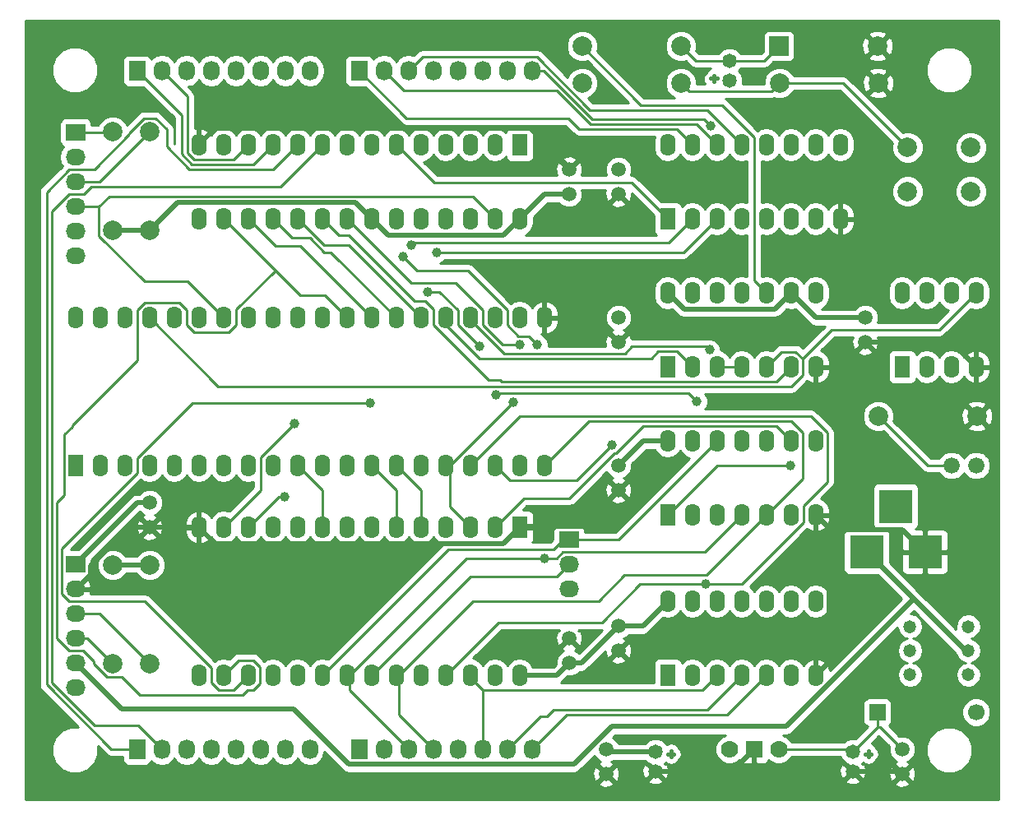
<source format=gtl>
%FSLAX34Y34*%
G04 Gerber Fmt 3.4, Leading zero omitted, Abs format*
G04 (created by PCBNEW (2014-jan-25)-product) date Wed 15 Apr 2015 09:56:20 BST*
%MOIN*%
G01*
G70*
G90*
G04 APERTURE LIST*
%ADD10C,0.005906*%
%ADD11C,0.015000*%
%ADD12C,0.059100*%
%ADD13C,0.058300*%
%ADD14C,0.066900*%
%ADD15R,0.066900X0.066900*%
%ADD16R,0.080000X0.068000*%
%ADD17O,0.080000X0.068000*%
%ADD18C,0.078700*%
%ADD19R,0.078700X0.078700*%
%ADD20R,0.068000X0.080000*%
%ADD21O,0.068000X0.080000*%
%ADD22R,0.137800X0.137800*%
%ADD23R,0.062000X0.090000*%
%ADD24O,0.062000X0.090000*%
%ADD25C,0.070000*%
%ADD26R,0.070000X0.070000*%
%ADD27C,0.066000*%
%ADD28O,0.052000X0.052000*%
%ADD29C,0.039370*%
%ADD30C,0.020000*%
%ADD31C,0.010000*%
G04 APERTURE END LIST*
G54D10*
G54D11*
X60630Y-56185D02*
X60512Y-56185D01*
X60630Y-56185D02*
X60630Y-56303D01*
X60630Y-56067D02*
X60630Y-56185D01*
X60630Y-56185D02*
X60748Y-56185D01*
X68630Y-56185D02*
X68512Y-56185D01*
X68630Y-56185D02*
X68630Y-56303D01*
X68630Y-56067D02*
X68630Y-56185D01*
X68630Y-56185D02*
X68748Y-56185D01*
X62370Y-28815D02*
X62488Y-28815D01*
X62370Y-28815D02*
X62370Y-28697D01*
X62370Y-28933D02*
X62370Y-28815D01*
X62370Y-28815D02*
X62252Y-28815D01*
X34500Y-58000D02*
X34500Y-26504D01*
X34500Y-26504D02*
X73870Y-26504D01*
X73870Y-26504D02*
X73870Y-58000D01*
X73870Y-58000D02*
X34500Y-58000D01*
G54D12*
X56500Y-52500D03*
X56500Y-51500D03*
X39500Y-46000D03*
X39500Y-47000D03*
X58500Y-38500D03*
X58500Y-39500D03*
X56500Y-33500D03*
X56500Y-32500D03*
X68500Y-38500D03*
X68500Y-39500D03*
G54D13*
X60000Y-56106D03*
X60000Y-56894D03*
X68000Y-56106D03*
X68000Y-56894D03*
G54D12*
X70000Y-56000D03*
X70000Y-57000D03*
X58500Y-44500D03*
X58500Y-45500D03*
X58500Y-32500D03*
X58500Y-33500D03*
G54D14*
X73000Y-54500D03*
G54D15*
X69000Y-54500D03*
G54D16*
X56500Y-47500D03*
G54D17*
X56500Y-48500D03*
X56500Y-49500D03*
G54D18*
X38000Y-34969D03*
X38000Y-30969D03*
X38000Y-48531D03*
X38000Y-52531D03*
X39500Y-34969D03*
X39500Y-30969D03*
X39500Y-48531D03*
X39500Y-52531D03*
X65031Y-29000D03*
X69031Y-29000D03*
X57031Y-29000D03*
X61031Y-29000D03*
X57031Y-27500D03*
X61031Y-27500D03*
X72780Y-31614D03*
X70220Y-31614D03*
X70220Y-33386D03*
X72780Y-33386D03*
G54D12*
X58000Y-56000D03*
X58000Y-57000D03*
G54D13*
X63000Y-28894D03*
X63000Y-28106D03*
G54D18*
X69000Y-27500D03*
G54D19*
X65000Y-27500D03*
G54D20*
X39000Y-28500D03*
G54D21*
X40000Y-28500D03*
X41000Y-28500D03*
X42000Y-28500D03*
X43000Y-28500D03*
X44000Y-28500D03*
X45000Y-28500D03*
X46000Y-28500D03*
G54D22*
X68559Y-48000D03*
X70921Y-48000D03*
X69740Y-46150D03*
G54D16*
X36500Y-48500D03*
G54D17*
X36500Y-49500D03*
X36500Y-50500D03*
X36500Y-51500D03*
X36500Y-52500D03*
X36500Y-53500D03*
G54D16*
X36500Y-31000D03*
G54D17*
X36500Y-32000D03*
X36500Y-33000D03*
X36500Y-34000D03*
X36500Y-35000D03*
X36500Y-36000D03*
G54D20*
X48000Y-28500D03*
G54D21*
X49000Y-28500D03*
X50000Y-28500D03*
X51000Y-28500D03*
X52000Y-28500D03*
X53000Y-28500D03*
X54000Y-28500D03*
X55000Y-28500D03*
G54D20*
X39000Y-56000D03*
G54D21*
X40000Y-56000D03*
X41000Y-56000D03*
X42000Y-56000D03*
X43000Y-56000D03*
X44000Y-56000D03*
X45000Y-56000D03*
X46000Y-56000D03*
G54D20*
X48000Y-56000D03*
G54D21*
X49000Y-56000D03*
X50000Y-56000D03*
X51000Y-56000D03*
X52000Y-56000D03*
X53000Y-56000D03*
X54000Y-56000D03*
X55000Y-56000D03*
G54D23*
X36500Y-44500D03*
G54D24*
X37500Y-44500D03*
X38500Y-44500D03*
X39500Y-44500D03*
X40500Y-44500D03*
X41500Y-44500D03*
X42500Y-44500D03*
X43500Y-44500D03*
X44500Y-44500D03*
X45500Y-44500D03*
X46500Y-44500D03*
X47500Y-44500D03*
X48500Y-44500D03*
X49500Y-44500D03*
X50500Y-44500D03*
X51500Y-44500D03*
X52500Y-44500D03*
X53500Y-44500D03*
X54500Y-44500D03*
X55500Y-44500D03*
X55500Y-38500D03*
X54500Y-38500D03*
X53500Y-38500D03*
X52500Y-38500D03*
X51500Y-38500D03*
X50500Y-38500D03*
X49500Y-38500D03*
X48500Y-38500D03*
X47500Y-38500D03*
X46500Y-38500D03*
X45500Y-38500D03*
X44500Y-38500D03*
X43500Y-38500D03*
X42500Y-38500D03*
X41500Y-38500D03*
X40500Y-38500D03*
X39500Y-38500D03*
X38500Y-38500D03*
X37500Y-38500D03*
X36500Y-38500D03*
G54D23*
X54500Y-47000D03*
G54D24*
X53500Y-47000D03*
X52500Y-47000D03*
X51500Y-47000D03*
X50500Y-47000D03*
X49500Y-47000D03*
X48500Y-47000D03*
X47500Y-47000D03*
X46500Y-47000D03*
X45500Y-47000D03*
X44500Y-47000D03*
X43500Y-47000D03*
X42500Y-47000D03*
X41500Y-47000D03*
X41500Y-53000D03*
X42500Y-53000D03*
X43500Y-53000D03*
X44500Y-53000D03*
X45500Y-53000D03*
X46500Y-53000D03*
X47500Y-53000D03*
X48500Y-53000D03*
X49500Y-53000D03*
X50500Y-53000D03*
X51500Y-53000D03*
X52500Y-53000D03*
X53500Y-53000D03*
X54500Y-53000D03*
G54D23*
X60500Y-40500D03*
G54D24*
X61500Y-40500D03*
X62500Y-40500D03*
X63500Y-40500D03*
X64500Y-40500D03*
X65500Y-40500D03*
X66500Y-40500D03*
X66500Y-37500D03*
X65500Y-37500D03*
X64500Y-37500D03*
X63500Y-37500D03*
X62500Y-37500D03*
X61500Y-37500D03*
X60500Y-37500D03*
X53500Y-31500D03*
X52500Y-31500D03*
X51500Y-31500D03*
X50500Y-31500D03*
X49500Y-31500D03*
X48500Y-31500D03*
X47500Y-31500D03*
X46500Y-31500D03*
X45500Y-31500D03*
X44500Y-31500D03*
X43500Y-31500D03*
X42500Y-31500D03*
X41500Y-31500D03*
G54D23*
X54500Y-31500D03*
G54D24*
X41500Y-34500D03*
X42500Y-34500D03*
X43500Y-34500D03*
X44500Y-34500D03*
X45500Y-34500D03*
X46500Y-34500D03*
X47500Y-34500D03*
X48500Y-34500D03*
X49500Y-34500D03*
X50500Y-34500D03*
X51500Y-34500D03*
X52500Y-34500D03*
X53500Y-34500D03*
X54500Y-34500D03*
G54D23*
X70000Y-40500D03*
G54D24*
X71000Y-40500D03*
X72000Y-40500D03*
X73000Y-40500D03*
X73000Y-37500D03*
X72000Y-37500D03*
X71000Y-37500D03*
X70000Y-37500D03*
G54D25*
X65000Y-56000D03*
G54D26*
X64000Y-56000D03*
G54D25*
X63000Y-56000D03*
G54D23*
X60500Y-46500D03*
G54D24*
X61500Y-46500D03*
X62500Y-46500D03*
X63500Y-46500D03*
X64500Y-46500D03*
X65500Y-46500D03*
X66500Y-46500D03*
X66500Y-43500D03*
X65500Y-43500D03*
X64500Y-43500D03*
X63500Y-43500D03*
X62500Y-43500D03*
X61500Y-43500D03*
X60500Y-43500D03*
G54D23*
X60500Y-53000D03*
G54D24*
X61500Y-53000D03*
X62500Y-53000D03*
X63500Y-53000D03*
X64500Y-53000D03*
X65500Y-53000D03*
X66500Y-53000D03*
X66500Y-50000D03*
X65500Y-50000D03*
X64500Y-50000D03*
X63500Y-50000D03*
X62500Y-50000D03*
X61500Y-50000D03*
X60500Y-50000D03*
G54D23*
X60500Y-34500D03*
G54D24*
X61500Y-34500D03*
X62500Y-34500D03*
X63500Y-34500D03*
X64500Y-34500D03*
X65500Y-34500D03*
X66500Y-34500D03*
X67500Y-34500D03*
X67500Y-31500D03*
X66500Y-31500D03*
X65500Y-31500D03*
X64500Y-31500D03*
X63500Y-31500D03*
X62500Y-31500D03*
X61500Y-31500D03*
X60500Y-31500D03*
G54D27*
X73000Y-44500D03*
X72000Y-44500D03*
G54D18*
X69031Y-42500D03*
X73031Y-42500D03*
G54D28*
X72680Y-52980D03*
X72680Y-52000D03*
X72680Y-51020D03*
X70320Y-52980D03*
X70320Y-52000D03*
X70320Y-51020D03*
G54D12*
X58500Y-51000D03*
X58500Y-52000D03*
G54D29*
X50101Y-35551D03*
X51147Y-35862D03*
X54224Y-41929D03*
X62047Y-49310D03*
X58249Y-43653D03*
X50781Y-37452D03*
X52881Y-39672D03*
X54500Y-39607D03*
X55514Y-48254D03*
X49775Y-36021D03*
X55218Y-39607D03*
X53532Y-41632D03*
X61681Y-41903D03*
X62187Y-39803D03*
X44960Y-45758D03*
X45371Y-42800D03*
X48442Y-41955D03*
X62234Y-30734D03*
X65470Y-44512D03*
G54D30*
X56500Y-32419D02*
X56500Y-32500D01*
X54930Y-30849D02*
X56500Y-32419D01*
X42150Y-30849D02*
X54930Y-30849D01*
X41500Y-31500D02*
X42150Y-30849D01*
X69894Y-56894D02*
X70000Y-57000D01*
X68000Y-56894D02*
X69894Y-56894D01*
X63105Y-56894D02*
X64000Y-56000D01*
X60000Y-56894D02*
X63105Y-56894D01*
X41500Y-47000D02*
X39500Y-47000D01*
X36535Y-49500D02*
X36500Y-49500D01*
X37100Y-48934D02*
X36535Y-49500D01*
X37100Y-48575D02*
X37100Y-48934D01*
X38675Y-47000D02*
X37100Y-48575D01*
X39500Y-47000D02*
X38675Y-47000D01*
X70020Y-47099D02*
X70920Y-48000D01*
X67039Y-47099D02*
X70020Y-47099D01*
X67039Y-47039D02*
X67039Y-47099D01*
X66500Y-46500D02*
X67039Y-47039D01*
X67039Y-52460D02*
X66500Y-53000D01*
X67039Y-47099D02*
X67039Y-52460D01*
X72000Y-39500D02*
X73000Y-40500D01*
X68500Y-39500D02*
X72000Y-39500D01*
X54540Y-46959D02*
X54500Y-47000D01*
X57040Y-46959D02*
X54540Y-46959D01*
X58500Y-45500D02*
X57040Y-46959D01*
X42150Y-47650D02*
X41500Y-47000D01*
X53849Y-47650D02*
X42150Y-47650D01*
X54500Y-47000D02*
X53849Y-47650D01*
G54D31*
X58500Y-47500D02*
X56500Y-47500D01*
X62500Y-43500D02*
X58500Y-47500D01*
X51592Y-47907D02*
X46500Y-53000D01*
X55861Y-47907D02*
X51592Y-47907D01*
X56269Y-47500D02*
X55861Y-47907D01*
X56500Y-47500D02*
X56269Y-47500D01*
X55990Y-49009D02*
X56500Y-48500D01*
X52490Y-49009D02*
X55990Y-49009D01*
X48500Y-53000D02*
X52490Y-49009D01*
X37949Y-56000D02*
X39000Y-56000D01*
X35325Y-53376D02*
X37949Y-56000D01*
X35325Y-33419D02*
X35325Y-53376D01*
X36244Y-32500D02*
X35325Y-33419D01*
X37256Y-32500D02*
X36244Y-32500D01*
X38673Y-31083D02*
X37256Y-32500D01*
X38673Y-31019D02*
X38673Y-31083D01*
X39274Y-30418D02*
X38673Y-31019D01*
X39738Y-30418D02*
X39274Y-30418D01*
X40187Y-30866D02*
X39738Y-30418D01*
X40187Y-31582D02*
X40187Y-30866D01*
X41117Y-32512D02*
X40187Y-31582D01*
X44487Y-32512D02*
X41117Y-32512D01*
X45500Y-31500D02*
X44487Y-32512D01*
X46500Y-45500D02*
X45500Y-44500D01*
X46500Y-47000D02*
X46500Y-45500D01*
X44799Y-33200D02*
X46500Y-31500D01*
X37139Y-33200D02*
X44799Y-33200D01*
X36840Y-33500D02*
X37139Y-33200D01*
X36227Y-33500D02*
X36840Y-33500D01*
X35525Y-34202D02*
X36227Y-33500D01*
X35525Y-53293D02*
X35525Y-34202D01*
X37266Y-55034D02*
X35525Y-53293D01*
X39034Y-55034D02*
X37266Y-55034D01*
X40000Y-56000D02*
X39034Y-55034D01*
X49500Y-45500D02*
X48500Y-44500D01*
X49500Y-47000D02*
X49500Y-45500D01*
X51031Y-33031D02*
X49500Y-31500D01*
X59031Y-33031D02*
X51031Y-33031D01*
X60500Y-34500D02*
X59031Y-33031D01*
X50500Y-45500D02*
X49500Y-44500D01*
X50500Y-47000D02*
X50500Y-45500D01*
X60540Y-35459D02*
X61500Y-34500D01*
X50194Y-35459D02*
X60540Y-35459D01*
X50101Y-35551D02*
X50194Y-35459D01*
X61137Y-35862D02*
X51147Y-35862D01*
X62500Y-34500D02*
X61137Y-35862D01*
X51654Y-46154D02*
X51654Y-44500D01*
X52500Y-47000D02*
X51654Y-46154D01*
X54224Y-41929D02*
X51654Y-44500D01*
X51654Y-44500D02*
X51500Y-44500D01*
X63490Y-49310D02*
X62047Y-49310D01*
X66000Y-46800D02*
X63490Y-49310D01*
X66000Y-46139D02*
X66000Y-46800D01*
X66969Y-45170D02*
X66000Y-46139D01*
X66969Y-43164D02*
X66969Y-45170D01*
X66304Y-42499D02*
X66969Y-43164D01*
X54500Y-42499D02*
X66304Y-42499D01*
X52500Y-44500D02*
X54500Y-42499D01*
X53636Y-50863D02*
X51500Y-53000D01*
X57822Y-50863D02*
X53636Y-50863D01*
X59376Y-49310D02*
X57822Y-50863D01*
X62047Y-49310D02*
X59376Y-49310D01*
X51999Y-38791D02*
X52881Y-39672D01*
X51999Y-38201D02*
X51999Y-38791D01*
X51250Y-37452D02*
X51999Y-38201D01*
X50781Y-37452D02*
X51250Y-37452D01*
X56791Y-45111D02*
X58249Y-43653D01*
X54111Y-45111D02*
X56791Y-45111D01*
X53500Y-44500D02*
X54111Y-45111D01*
X47500Y-53000D02*
X47587Y-53000D01*
X47587Y-53587D02*
X50000Y-56000D01*
X47587Y-53000D02*
X47587Y-53587D01*
X52332Y-48254D02*
X55514Y-48254D01*
X47587Y-53000D02*
X52332Y-48254D01*
X61990Y-48009D02*
X63500Y-46500D01*
X56237Y-48009D02*
X61990Y-48009D01*
X55991Y-48254D02*
X56237Y-48009D01*
X55514Y-48254D02*
X55991Y-48254D01*
X50087Y-37087D02*
X47500Y-34500D01*
X51902Y-37087D02*
X50087Y-37087D01*
X53000Y-38184D02*
X51902Y-37087D01*
X53000Y-38795D02*
X53000Y-38184D01*
X53812Y-39607D02*
X53000Y-38795D01*
X54500Y-39607D02*
X53812Y-39607D01*
X65972Y-45027D02*
X64500Y-46500D01*
X65972Y-43168D02*
X65972Y-45027D01*
X65503Y-42699D02*
X65972Y-43168D01*
X57300Y-42699D02*
X65503Y-42699D01*
X55500Y-44500D02*
X57300Y-42699D01*
X49587Y-53000D02*
X49500Y-53000D01*
X52597Y-49990D02*
X49587Y-53000D01*
X57688Y-49990D02*
X52597Y-49990D01*
X58745Y-48933D02*
X57688Y-49990D01*
X62066Y-48933D02*
X58745Y-48933D01*
X64500Y-46500D02*
X62066Y-48933D01*
X49587Y-54587D02*
X51000Y-56000D01*
X49587Y-53000D02*
X49587Y-54587D01*
X50347Y-36594D02*
X49775Y-36021D01*
X52403Y-36594D02*
X50347Y-36594D01*
X54000Y-38191D02*
X52403Y-36594D01*
X54000Y-38815D02*
X54000Y-38191D01*
X54445Y-39260D02*
X54000Y-38815D01*
X54871Y-39260D02*
X54445Y-39260D01*
X55218Y-39607D02*
X54871Y-39260D01*
X64899Y-42899D02*
X65500Y-43500D01*
X59498Y-42899D02*
X64899Y-42899D01*
X58398Y-44000D02*
X59498Y-42899D01*
X58347Y-44000D02*
X58398Y-44000D01*
X56509Y-45838D02*
X58347Y-44000D01*
X54661Y-45838D02*
X56509Y-45838D01*
X53500Y-47000D02*
X54661Y-45838D01*
X53000Y-53600D02*
X53000Y-56000D01*
X52500Y-53100D02*
X53000Y-53600D01*
X52500Y-53000D02*
X52500Y-53100D01*
X61899Y-53600D02*
X62500Y-53000D01*
X53000Y-53600D02*
X61899Y-53600D01*
X53594Y-41569D02*
X53532Y-41632D01*
X61348Y-41569D02*
X53594Y-41569D01*
X61681Y-41903D02*
X61348Y-41569D01*
X52500Y-38593D02*
X52500Y-38500D01*
X53861Y-39954D02*
X52500Y-38593D01*
X58773Y-39954D02*
X53861Y-39954D01*
X59050Y-39678D02*
X58773Y-39954D01*
X62062Y-39678D02*
X59050Y-39678D01*
X62187Y-39803D02*
X62062Y-39678D01*
X62102Y-54397D02*
X63500Y-53000D01*
X55885Y-54397D02*
X62102Y-54397D01*
X55614Y-54668D02*
X55885Y-54397D01*
X55331Y-54668D02*
X55614Y-54668D01*
X54000Y-56000D02*
X55331Y-54668D01*
X51500Y-38796D02*
X51500Y-38500D01*
X52866Y-40162D02*
X51500Y-38796D01*
X59830Y-40162D02*
X52866Y-40162D01*
X60114Y-39878D02*
X59830Y-40162D01*
X60878Y-39878D02*
X60114Y-39878D01*
X61500Y-40500D02*
X60878Y-39878D01*
X62902Y-54597D02*
X64500Y-53000D01*
X56402Y-54597D02*
X62902Y-54597D01*
X55000Y-56000D02*
X56402Y-54597D01*
X36969Y-51500D02*
X38000Y-52530D01*
X36500Y-51500D02*
X36969Y-51500D01*
X37469Y-50500D02*
X39500Y-52530D01*
X36500Y-50500D02*
X37469Y-50500D01*
X37969Y-31000D02*
X38000Y-30969D01*
X36500Y-31000D02*
X37969Y-31000D01*
X67137Y-39000D02*
X65965Y-40172D01*
X71500Y-39000D02*
X67137Y-39000D01*
X73000Y-37500D02*
X71500Y-39000D01*
X65680Y-39887D02*
X65965Y-40172D01*
X65112Y-39887D02*
X65680Y-39887D01*
X64500Y-40500D02*
X65112Y-39887D01*
X65965Y-40828D02*
X65965Y-40172D01*
X65487Y-41306D02*
X65965Y-40828D01*
X53696Y-41306D02*
X65487Y-41306D01*
X53675Y-41285D02*
X53696Y-41306D01*
X42285Y-41285D02*
X53675Y-41285D01*
X39500Y-38500D02*
X42285Y-41285D01*
X37469Y-33000D02*
X39500Y-30969D01*
X36500Y-33000D02*
X37469Y-33000D01*
X41039Y-37039D02*
X42500Y-38500D01*
X39300Y-37039D02*
X41039Y-37039D01*
X37448Y-35187D02*
X39300Y-37039D01*
X37448Y-34000D02*
X37448Y-35187D01*
X37856Y-33592D02*
X37448Y-34000D01*
X52592Y-33592D02*
X37856Y-33592D01*
X53500Y-34500D02*
X52592Y-33592D01*
X37448Y-34000D02*
X36500Y-34000D01*
X67605Y-29000D02*
X65030Y-29000D01*
X70220Y-31614D02*
X67605Y-29000D01*
X64694Y-29336D02*
X65030Y-29000D01*
X61367Y-29336D02*
X64694Y-29336D01*
X61030Y-29000D02*
X61367Y-29336D01*
X67894Y-56000D02*
X68000Y-56105D01*
X65000Y-56000D02*
X67894Y-56000D01*
X69105Y-55105D02*
X70000Y-56000D01*
X69000Y-55105D02*
X69105Y-55105D01*
X69000Y-54500D02*
X69000Y-55105D01*
X69000Y-55105D02*
X68000Y-56105D01*
X64394Y-28105D02*
X63000Y-28105D01*
X65000Y-27500D02*
X64394Y-28105D01*
X61636Y-28105D02*
X61030Y-27500D01*
X63000Y-28105D02*
X61636Y-28105D01*
G54D30*
X38368Y-54368D02*
X36500Y-52500D01*
X45328Y-54368D02*
X38368Y-54368D01*
X47561Y-56602D02*
X45328Y-54368D01*
X56694Y-56602D02*
X47561Y-56602D01*
X58226Y-55069D02*
X56694Y-56602D01*
X65295Y-55069D02*
X58226Y-55069D01*
X70462Y-49903D02*
X65295Y-55069D01*
X72559Y-52000D02*
X70462Y-49903D01*
X72680Y-52000D02*
X72559Y-52000D01*
X70462Y-49903D02*
X68559Y-48000D01*
G54D31*
X40790Y-30290D02*
X39000Y-28500D01*
X40790Y-31882D02*
X40790Y-30290D01*
X41214Y-32306D02*
X40790Y-31882D01*
X43693Y-32306D02*
X41214Y-32306D01*
X44500Y-31500D02*
X43693Y-32306D01*
X44741Y-45758D02*
X44960Y-45758D01*
X43500Y-47000D02*
X44741Y-45758D01*
X41039Y-29539D02*
X40000Y-28500D01*
X41039Y-31848D02*
X41039Y-29539D01*
X41297Y-32106D02*
X41039Y-31848D01*
X42893Y-32106D02*
X41297Y-32106D01*
X43500Y-31500D02*
X42893Y-32106D01*
X44000Y-45500D02*
X42500Y-47000D01*
X44000Y-44171D02*
X44000Y-45500D01*
X45371Y-42800D02*
X44000Y-44171D01*
X43108Y-52391D02*
X42500Y-53000D01*
X43702Y-52391D02*
X43108Y-52391D01*
X43965Y-52655D02*
X43702Y-52391D01*
X43965Y-53327D02*
X43965Y-52655D01*
X43691Y-53601D02*
X43965Y-53327D01*
X43474Y-53601D02*
X43691Y-53601D01*
X43274Y-53802D02*
X43474Y-53601D01*
X39089Y-53802D02*
X43274Y-53802D01*
X38361Y-53074D02*
X39089Y-53802D01*
X37774Y-53074D02*
X38361Y-53074D01*
X37226Y-52526D02*
X37774Y-53074D01*
X37226Y-52438D02*
X37226Y-52526D01*
X36787Y-52000D02*
X37226Y-52438D01*
X36232Y-52000D02*
X36787Y-52000D01*
X35726Y-51493D02*
X36232Y-52000D01*
X35726Y-46015D02*
X35726Y-51493D01*
X36039Y-45701D02*
X35726Y-46015D01*
X36039Y-43245D02*
X36039Y-45701D01*
X36367Y-42917D02*
X36039Y-43245D01*
X36367Y-42860D02*
X36367Y-42917D01*
X39000Y-40228D02*
X36367Y-42860D01*
X39000Y-38193D02*
X39000Y-40228D01*
X39300Y-37893D02*
X39000Y-38193D01*
X40704Y-37893D02*
X39300Y-37893D01*
X41000Y-38188D02*
X40704Y-37893D01*
X41000Y-38810D02*
X41000Y-38188D01*
X41289Y-39100D02*
X41000Y-38810D01*
X42712Y-39100D02*
X41289Y-39100D01*
X43000Y-38812D02*
X42712Y-39100D01*
X43000Y-38181D02*
X43000Y-38812D01*
X44590Y-36590D02*
X43000Y-38181D01*
X42500Y-34500D02*
X44590Y-36590D01*
X46606Y-37606D02*
X47500Y-38500D01*
X45606Y-37606D02*
X46606Y-37606D01*
X44590Y-36590D02*
X45606Y-37606D01*
X45593Y-35593D02*
X48500Y-38500D01*
X44593Y-35593D02*
X45593Y-35593D01*
X43500Y-34500D02*
X44593Y-35593D01*
X42898Y-53601D02*
X43500Y-53000D01*
X42309Y-53601D02*
X42898Y-53601D01*
X42000Y-53292D02*
X42309Y-53601D01*
X42000Y-52688D02*
X42000Y-53292D01*
X39311Y-50000D02*
X42000Y-52688D01*
X36244Y-50000D02*
X39311Y-50000D01*
X35946Y-49701D02*
X36244Y-50000D01*
X35946Y-47854D02*
X35946Y-49701D01*
X39000Y-44801D02*
X35946Y-47854D01*
X39000Y-44189D02*
X39000Y-44801D01*
X41234Y-41955D02*
X39000Y-44189D01*
X48442Y-41955D02*
X41234Y-41955D01*
X46850Y-35850D02*
X49500Y-38500D01*
X46567Y-35850D02*
X46850Y-35850D01*
X45993Y-35276D02*
X46567Y-35850D01*
X45276Y-35276D02*
X45993Y-35276D01*
X44500Y-34500D02*
X45276Y-35276D01*
X47579Y-35579D02*
X50500Y-38500D01*
X46579Y-35579D02*
X47579Y-35579D01*
X45500Y-34500D02*
X46579Y-35579D01*
X63500Y-40500D02*
X62500Y-40500D01*
X60865Y-30865D02*
X61500Y-31500D01*
X56913Y-30865D02*
X60865Y-30865D01*
X56465Y-30417D02*
X56913Y-30865D01*
X49917Y-30417D02*
X56465Y-30417D01*
X48000Y-28500D02*
X49917Y-30417D01*
X61665Y-30665D02*
X62500Y-31500D01*
X57361Y-30665D02*
X61665Y-30665D01*
X56005Y-29309D02*
X57361Y-30665D01*
X49809Y-29309D02*
X56005Y-29309D01*
X49000Y-28500D02*
X49809Y-29309D01*
X62088Y-30088D02*
X63500Y-31500D01*
X57351Y-30088D02*
X62088Y-30088D01*
X55190Y-27928D02*
X57351Y-30088D01*
X50571Y-27928D02*
X55190Y-27928D01*
X50000Y-28500D02*
X50571Y-27928D01*
X61965Y-30465D02*
X62234Y-30734D01*
X57444Y-30465D02*
X61965Y-30465D01*
X55479Y-28500D02*
X57444Y-30465D01*
X55000Y-28500D02*
X55479Y-28500D01*
X59419Y-29888D02*
X57030Y-27500D01*
X62689Y-29888D02*
X59419Y-29888D01*
X64000Y-31199D02*
X62689Y-29888D01*
X64000Y-37000D02*
X64000Y-31199D01*
X64500Y-37500D02*
X64000Y-37000D01*
X64893Y-41106D02*
X65500Y-40500D01*
X53779Y-41106D02*
X64893Y-41106D01*
X53719Y-41046D02*
X53779Y-41106D01*
X53252Y-41046D02*
X53719Y-41046D01*
X51000Y-38793D02*
X53252Y-41046D01*
X51000Y-38172D02*
X51000Y-38793D01*
X50667Y-37839D02*
X51000Y-38172D01*
X50239Y-37839D02*
X50667Y-37839D01*
X47568Y-35168D02*
X50239Y-37839D01*
X47168Y-35168D02*
X47568Y-35168D01*
X46500Y-34500D02*
X47168Y-35168D01*
X62487Y-44512D02*
X60500Y-46500D01*
X65470Y-44512D02*
X62487Y-44512D01*
G54D30*
X59500Y-43500D02*
X58500Y-44500D01*
X60500Y-43500D02*
X59500Y-43500D01*
X39000Y-46000D02*
X39500Y-46000D01*
X36500Y-48500D02*
X39000Y-46000D01*
X39500Y-48530D02*
X38000Y-48530D01*
X39500Y-34969D02*
X38000Y-34969D01*
X40622Y-33846D02*
X39500Y-34969D01*
X47846Y-33846D02*
X40622Y-33846D01*
X48500Y-34500D02*
X47846Y-33846D01*
X56000Y-53000D02*
X56500Y-52500D01*
X54500Y-53000D02*
X56000Y-53000D01*
X57000Y-52500D02*
X58500Y-51000D01*
X56500Y-52500D02*
X57000Y-52500D01*
X59500Y-51000D02*
X58500Y-51000D01*
X60500Y-50000D02*
X59500Y-51000D01*
X61154Y-38154D02*
X60500Y-37500D01*
X64845Y-38154D02*
X61154Y-38154D01*
X65500Y-37500D02*
X64845Y-38154D01*
X66500Y-38500D02*
X65500Y-37500D01*
X68500Y-38500D02*
X66500Y-38500D01*
X55500Y-33500D02*
X54500Y-34500D01*
X56500Y-33500D02*
X55500Y-33500D01*
X49154Y-35154D02*
X48500Y-34500D01*
X53845Y-35154D02*
X49154Y-35154D01*
X54500Y-34500D02*
X53845Y-35154D01*
X58105Y-56105D02*
X58000Y-56000D01*
X60000Y-56105D02*
X58105Y-56105D01*
G54D31*
X71030Y-44500D02*
X69030Y-42500D01*
X72000Y-44500D02*
X71030Y-44500D01*
G54D10*
G36*
X51386Y-47691D02*
X51379Y-47695D01*
X46733Y-52341D01*
X46714Y-52328D01*
X46500Y-52286D01*
X46285Y-52328D01*
X46104Y-52450D01*
X45999Y-52605D01*
X45895Y-52450D01*
X45714Y-52328D01*
X45500Y-52286D01*
X45285Y-52328D01*
X45104Y-52450D01*
X44999Y-52605D01*
X44895Y-52450D01*
X44714Y-52328D01*
X44500Y-52286D01*
X44285Y-52328D01*
X44152Y-52417D01*
X43914Y-52179D01*
X43817Y-52114D01*
X43702Y-52091D01*
X43108Y-52091D01*
X42993Y-52114D01*
X42895Y-52179D01*
X42733Y-52341D01*
X42714Y-52328D01*
X42500Y-52286D01*
X42285Y-52328D01*
X42153Y-52417D01*
X41450Y-51714D01*
X41450Y-47634D01*
X41450Y-47050D01*
X41450Y-46950D01*
X41450Y-46365D01*
X41363Y-46316D01*
X41331Y-46323D01*
X41139Y-46428D01*
X41001Y-46599D01*
X40940Y-46810D01*
X40940Y-46950D01*
X41450Y-46950D01*
X41450Y-47050D01*
X40940Y-47050D01*
X40940Y-47190D01*
X41001Y-47400D01*
X41139Y-47571D01*
X41331Y-47676D01*
X41363Y-47683D01*
X41450Y-47634D01*
X41450Y-51714D01*
X40143Y-50408D01*
X40143Y-48403D01*
X40050Y-48177D01*
X40050Y-47080D01*
X40039Y-46863D01*
X39977Y-46714D01*
X39882Y-46688D01*
X39570Y-47000D01*
X39882Y-47311D01*
X39977Y-47285D01*
X40050Y-47080D01*
X40050Y-48177D01*
X40045Y-48166D01*
X39864Y-47985D01*
X39811Y-47963D01*
X39811Y-47382D01*
X39500Y-47070D01*
X39429Y-47141D01*
X39429Y-47000D01*
X39117Y-46688D01*
X39022Y-46714D01*
X38949Y-46919D01*
X38960Y-47136D01*
X39022Y-47285D01*
X39117Y-47311D01*
X39429Y-47000D01*
X39429Y-47141D01*
X39188Y-47382D01*
X39214Y-47477D01*
X39419Y-47550D01*
X39636Y-47539D01*
X39785Y-47477D01*
X39811Y-47382D01*
X39811Y-47963D01*
X39628Y-47887D01*
X39372Y-47887D01*
X39135Y-47985D01*
X38954Y-48166D01*
X38948Y-48180D01*
X38551Y-48180D01*
X38545Y-48166D01*
X38364Y-47985D01*
X38128Y-47887D01*
X37872Y-47887D01*
X37635Y-47985D01*
X37454Y-48166D01*
X37356Y-48402D01*
X37356Y-48658D01*
X37454Y-48895D01*
X37635Y-49076D01*
X37871Y-49174D01*
X38127Y-49174D01*
X38364Y-49076D01*
X38545Y-48895D01*
X38551Y-48880D01*
X38948Y-48880D01*
X38954Y-48895D01*
X39135Y-49076D01*
X39371Y-49174D01*
X39627Y-49174D01*
X39864Y-49076D01*
X40045Y-48895D01*
X40143Y-48659D01*
X40143Y-48403D01*
X40143Y-50408D01*
X39523Y-49787D01*
X39425Y-49722D01*
X39311Y-49700D01*
X37106Y-49700D01*
X37131Y-49647D01*
X37132Y-49641D01*
X37085Y-49550D01*
X36550Y-49550D01*
X36550Y-49557D01*
X36450Y-49557D01*
X36450Y-49550D01*
X36442Y-49550D01*
X36442Y-49450D01*
X36450Y-49450D01*
X36450Y-49442D01*
X36550Y-49442D01*
X36550Y-49450D01*
X37085Y-49450D01*
X37132Y-49358D01*
X37131Y-49352D01*
X37031Y-49144D01*
X36963Y-49084D01*
X37041Y-49051D01*
X37111Y-48981D01*
X37150Y-48889D01*
X37150Y-48790D01*
X37150Y-48344D01*
X39111Y-46383D01*
X39190Y-46462D01*
X39275Y-46497D01*
X39214Y-46522D01*
X39188Y-46617D01*
X39500Y-46929D01*
X39811Y-46617D01*
X39785Y-46522D01*
X39720Y-46499D01*
X39808Y-46462D01*
X39962Y-46309D01*
X40045Y-46108D01*
X40045Y-45891D01*
X39962Y-45691D01*
X39809Y-45537D01*
X39608Y-45454D01*
X39391Y-45454D01*
X39191Y-45537D01*
X39078Y-45650D01*
X39000Y-45650D01*
X38866Y-45676D01*
X38752Y-45752D01*
X36595Y-47910D01*
X36315Y-47910D01*
X39147Y-45078D01*
X39285Y-45171D01*
X39500Y-45213D01*
X39714Y-45171D01*
X39895Y-45049D01*
X40000Y-44894D01*
X40104Y-45049D01*
X40285Y-45171D01*
X40500Y-45213D01*
X40714Y-45171D01*
X40895Y-45049D01*
X41000Y-44894D01*
X41104Y-45049D01*
X41285Y-45171D01*
X41500Y-45213D01*
X41714Y-45171D01*
X41895Y-45049D01*
X42000Y-44894D01*
X42104Y-45049D01*
X42285Y-45171D01*
X42500Y-45213D01*
X42714Y-45171D01*
X42895Y-45049D01*
X43000Y-44894D01*
X43104Y-45049D01*
X43285Y-45171D01*
X43500Y-45213D01*
X43700Y-45173D01*
X43700Y-45375D01*
X42733Y-46341D01*
X42714Y-46328D01*
X42500Y-46286D01*
X42285Y-46328D01*
X42104Y-46450D01*
X42000Y-46605D01*
X41998Y-46599D01*
X41860Y-46428D01*
X41668Y-46323D01*
X41636Y-46316D01*
X41550Y-46365D01*
X41550Y-46950D01*
X41557Y-46950D01*
X41557Y-47050D01*
X41550Y-47050D01*
X41550Y-47634D01*
X41636Y-47683D01*
X41668Y-47676D01*
X41860Y-47571D01*
X41998Y-47400D01*
X42000Y-47394D01*
X42104Y-47549D01*
X42285Y-47671D01*
X42500Y-47713D01*
X42714Y-47671D01*
X42895Y-47549D01*
X43000Y-47394D01*
X43104Y-47549D01*
X43285Y-47671D01*
X43500Y-47713D01*
X43714Y-47671D01*
X43895Y-47549D01*
X44000Y-47394D01*
X44104Y-47549D01*
X44285Y-47671D01*
X44500Y-47713D01*
X44714Y-47671D01*
X44895Y-47549D01*
X45000Y-47394D01*
X45104Y-47549D01*
X45285Y-47671D01*
X45500Y-47713D01*
X45714Y-47671D01*
X45895Y-47549D01*
X46000Y-47394D01*
X46104Y-47549D01*
X46285Y-47671D01*
X46500Y-47713D01*
X46714Y-47671D01*
X46895Y-47549D01*
X47000Y-47394D01*
X47104Y-47549D01*
X47285Y-47671D01*
X47500Y-47713D01*
X47714Y-47671D01*
X47895Y-47549D01*
X48000Y-47394D01*
X48104Y-47549D01*
X48285Y-47671D01*
X48500Y-47713D01*
X48714Y-47671D01*
X48895Y-47549D01*
X49000Y-47394D01*
X49104Y-47549D01*
X49285Y-47671D01*
X49500Y-47713D01*
X49714Y-47671D01*
X49895Y-47549D01*
X50000Y-47394D01*
X50104Y-47549D01*
X50285Y-47671D01*
X50500Y-47713D01*
X50714Y-47671D01*
X50895Y-47549D01*
X51000Y-47394D01*
X51104Y-47549D01*
X51285Y-47671D01*
X51386Y-47691D01*
X51386Y-47691D01*
G37*
G54D31*
X51386Y-47691D02*
X51379Y-47695D01*
X46733Y-52341D01*
X46714Y-52328D01*
X46500Y-52286D01*
X46285Y-52328D01*
X46104Y-52450D01*
X45999Y-52605D01*
X45895Y-52450D01*
X45714Y-52328D01*
X45500Y-52286D01*
X45285Y-52328D01*
X45104Y-52450D01*
X44999Y-52605D01*
X44895Y-52450D01*
X44714Y-52328D01*
X44500Y-52286D01*
X44285Y-52328D01*
X44152Y-52417D01*
X43914Y-52179D01*
X43817Y-52114D01*
X43702Y-52091D01*
X43108Y-52091D01*
X42993Y-52114D01*
X42895Y-52179D01*
X42733Y-52341D01*
X42714Y-52328D01*
X42500Y-52286D01*
X42285Y-52328D01*
X42153Y-52417D01*
X41450Y-51714D01*
X41450Y-47634D01*
X41450Y-47050D01*
X41450Y-46950D01*
X41450Y-46365D01*
X41363Y-46316D01*
X41331Y-46323D01*
X41139Y-46428D01*
X41001Y-46599D01*
X40940Y-46810D01*
X40940Y-46950D01*
X41450Y-46950D01*
X41450Y-47050D01*
X40940Y-47050D01*
X40940Y-47190D01*
X41001Y-47400D01*
X41139Y-47571D01*
X41331Y-47676D01*
X41363Y-47683D01*
X41450Y-47634D01*
X41450Y-51714D01*
X40143Y-50408D01*
X40143Y-48403D01*
X40050Y-48177D01*
X40050Y-47080D01*
X40039Y-46863D01*
X39977Y-46714D01*
X39882Y-46688D01*
X39570Y-47000D01*
X39882Y-47311D01*
X39977Y-47285D01*
X40050Y-47080D01*
X40050Y-48177D01*
X40045Y-48166D01*
X39864Y-47985D01*
X39811Y-47963D01*
X39811Y-47382D01*
X39500Y-47070D01*
X39429Y-47141D01*
X39429Y-47000D01*
X39117Y-46688D01*
X39022Y-46714D01*
X38949Y-46919D01*
X38960Y-47136D01*
X39022Y-47285D01*
X39117Y-47311D01*
X39429Y-47000D01*
X39429Y-47141D01*
X39188Y-47382D01*
X39214Y-47477D01*
X39419Y-47550D01*
X39636Y-47539D01*
X39785Y-47477D01*
X39811Y-47382D01*
X39811Y-47963D01*
X39628Y-47887D01*
X39372Y-47887D01*
X39135Y-47985D01*
X38954Y-48166D01*
X38948Y-48180D01*
X38551Y-48180D01*
X38545Y-48166D01*
X38364Y-47985D01*
X38128Y-47887D01*
X37872Y-47887D01*
X37635Y-47985D01*
X37454Y-48166D01*
X37356Y-48402D01*
X37356Y-48658D01*
X37454Y-48895D01*
X37635Y-49076D01*
X37871Y-49174D01*
X38127Y-49174D01*
X38364Y-49076D01*
X38545Y-48895D01*
X38551Y-48880D01*
X38948Y-48880D01*
X38954Y-48895D01*
X39135Y-49076D01*
X39371Y-49174D01*
X39627Y-49174D01*
X39864Y-49076D01*
X40045Y-48895D01*
X40143Y-48659D01*
X40143Y-48403D01*
X40143Y-50408D01*
X39523Y-49787D01*
X39425Y-49722D01*
X39311Y-49700D01*
X37106Y-49700D01*
X37131Y-49647D01*
X37132Y-49641D01*
X37085Y-49550D01*
X36550Y-49550D01*
X36550Y-49557D01*
X36450Y-49557D01*
X36450Y-49550D01*
X36442Y-49550D01*
X36442Y-49450D01*
X36450Y-49450D01*
X36450Y-49442D01*
X36550Y-49442D01*
X36550Y-49450D01*
X37085Y-49450D01*
X37132Y-49358D01*
X37131Y-49352D01*
X37031Y-49144D01*
X36963Y-49084D01*
X37041Y-49051D01*
X37111Y-48981D01*
X37150Y-48889D01*
X37150Y-48790D01*
X37150Y-48344D01*
X39111Y-46383D01*
X39190Y-46462D01*
X39275Y-46497D01*
X39214Y-46522D01*
X39188Y-46617D01*
X39500Y-46929D01*
X39811Y-46617D01*
X39785Y-46522D01*
X39720Y-46499D01*
X39808Y-46462D01*
X39962Y-46309D01*
X40045Y-46108D01*
X40045Y-45891D01*
X39962Y-45691D01*
X39809Y-45537D01*
X39608Y-45454D01*
X39391Y-45454D01*
X39191Y-45537D01*
X39078Y-45650D01*
X39000Y-45650D01*
X38866Y-45676D01*
X38752Y-45752D01*
X36595Y-47910D01*
X36315Y-47910D01*
X39147Y-45078D01*
X39285Y-45171D01*
X39500Y-45213D01*
X39714Y-45171D01*
X39895Y-45049D01*
X40000Y-44894D01*
X40104Y-45049D01*
X40285Y-45171D01*
X40500Y-45213D01*
X40714Y-45171D01*
X40895Y-45049D01*
X41000Y-44894D01*
X41104Y-45049D01*
X41285Y-45171D01*
X41500Y-45213D01*
X41714Y-45171D01*
X41895Y-45049D01*
X42000Y-44894D01*
X42104Y-45049D01*
X42285Y-45171D01*
X42500Y-45213D01*
X42714Y-45171D01*
X42895Y-45049D01*
X43000Y-44894D01*
X43104Y-45049D01*
X43285Y-45171D01*
X43500Y-45213D01*
X43700Y-45173D01*
X43700Y-45375D01*
X42733Y-46341D01*
X42714Y-46328D01*
X42500Y-46286D01*
X42285Y-46328D01*
X42104Y-46450D01*
X42000Y-46605D01*
X41998Y-46599D01*
X41860Y-46428D01*
X41668Y-46323D01*
X41636Y-46316D01*
X41550Y-46365D01*
X41550Y-46950D01*
X41557Y-46950D01*
X41557Y-47050D01*
X41550Y-47050D01*
X41550Y-47634D01*
X41636Y-47683D01*
X41668Y-47676D01*
X41860Y-47571D01*
X41998Y-47400D01*
X42000Y-47394D01*
X42104Y-47549D01*
X42285Y-47671D01*
X42500Y-47713D01*
X42714Y-47671D01*
X42895Y-47549D01*
X43000Y-47394D01*
X43104Y-47549D01*
X43285Y-47671D01*
X43500Y-47713D01*
X43714Y-47671D01*
X43895Y-47549D01*
X44000Y-47394D01*
X44104Y-47549D01*
X44285Y-47671D01*
X44500Y-47713D01*
X44714Y-47671D01*
X44895Y-47549D01*
X45000Y-47394D01*
X45104Y-47549D01*
X45285Y-47671D01*
X45500Y-47713D01*
X45714Y-47671D01*
X45895Y-47549D01*
X46000Y-47394D01*
X46104Y-47549D01*
X46285Y-47671D01*
X46500Y-47713D01*
X46714Y-47671D01*
X46895Y-47549D01*
X47000Y-47394D01*
X47104Y-47549D01*
X47285Y-47671D01*
X47500Y-47713D01*
X47714Y-47671D01*
X47895Y-47549D01*
X48000Y-47394D01*
X48104Y-47549D01*
X48285Y-47671D01*
X48500Y-47713D01*
X48714Y-47671D01*
X48895Y-47549D01*
X49000Y-47394D01*
X49104Y-47549D01*
X49285Y-47671D01*
X49500Y-47713D01*
X49714Y-47671D01*
X49895Y-47549D01*
X50000Y-47394D01*
X50104Y-47549D01*
X50285Y-47671D01*
X50500Y-47713D01*
X50714Y-47671D01*
X50895Y-47549D01*
X51000Y-47394D01*
X51104Y-47549D01*
X51285Y-47671D01*
X51386Y-47691D01*
G54D10*
G36*
X57845Y-51159D02*
X57050Y-51954D01*
X56888Y-52116D01*
X56809Y-52037D01*
X56724Y-52002D01*
X56785Y-51977D01*
X56811Y-51882D01*
X56500Y-51570D01*
X56429Y-51641D01*
X56188Y-51882D01*
X56214Y-51977D01*
X56279Y-52000D01*
X56191Y-52037D01*
X56037Y-52190D01*
X55954Y-52391D01*
X55954Y-52550D01*
X55855Y-52650D01*
X55020Y-52650D01*
X55017Y-52631D01*
X54895Y-52450D01*
X54714Y-52328D01*
X54500Y-52286D01*
X54285Y-52328D01*
X54104Y-52450D01*
X54000Y-52605D01*
X53895Y-52450D01*
X53714Y-52328D01*
X53500Y-52286D01*
X53285Y-52328D01*
X53104Y-52450D01*
X53000Y-52605D01*
X52895Y-52450D01*
X52714Y-52328D01*
X52615Y-52309D01*
X53760Y-51163D01*
X56093Y-51163D01*
X56117Y-51188D01*
X56022Y-51214D01*
X55949Y-51419D01*
X55960Y-51636D01*
X56022Y-51785D01*
X56117Y-51811D01*
X56429Y-51500D01*
X56423Y-51494D01*
X56494Y-51423D01*
X56500Y-51429D01*
X56505Y-51423D01*
X56576Y-51494D01*
X56570Y-51500D01*
X56882Y-51811D01*
X56977Y-51785D01*
X57050Y-51580D01*
X57039Y-51363D01*
X56977Y-51214D01*
X56882Y-51188D01*
X56906Y-51163D01*
X57822Y-51163D01*
X57822Y-51163D01*
X57845Y-51159D01*
X57845Y-51159D01*
G37*
G54D31*
X57845Y-51159D02*
X57050Y-51954D01*
X56888Y-52116D01*
X56809Y-52037D01*
X56724Y-52002D01*
X56785Y-51977D01*
X56811Y-51882D01*
X56500Y-51570D01*
X56429Y-51641D01*
X56188Y-51882D01*
X56214Y-51977D01*
X56279Y-52000D01*
X56191Y-52037D01*
X56037Y-52190D01*
X55954Y-52391D01*
X55954Y-52550D01*
X55855Y-52650D01*
X55020Y-52650D01*
X55017Y-52631D01*
X54895Y-52450D01*
X54714Y-52328D01*
X54500Y-52286D01*
X54285Y-52328D01*
X54104Y-52450D01*
X54000Y-52605D01*
X53895Y-52450D01*
X53714Y-52328D01*
X53500Y-52286D01*
X53285Y-52328D01*
X53104Y-52450D01*
X53000Y-52605D01*
X52895Y-52450D01*
X52714Y-52328D01*
X52615Y-52309D01*
X53760Y-51163D01*
X56093Y-51163D01*
X56117Y-51188D01*
X56022Y-51214D01*
X55949Y-51419D01*
X55960Y-51636D01*
X56022Y-51785D01*
X56117Y-51811D01*
X56429Y-51500D01*
X56423Y-51494D01*
X56494Y-51423D01*
X56500Y-51429D01*
X56505Y-51423D01*
X56576Y-51494D01*
X56570Y-51500D01*
X56882Y-51811D01*
X56977Y-51785D01*
X57050Y-51580D01*
X57039Y-51363D01*
X56977Y-51214D01*
X56882Y-51188D01*
X56906Y-51163D01*
X57822Y-51163D01*
X57822Y-51163D01*
X57845Y-51159D01*
G54D10*
G36*
X60045Y-35159D02*
X58811Y-35159D01*
X58811Y-33882D01*
X58500Y-33570D01*
X58188Y-33882D01*
X58214Y-33977D01*
X58419Y-34050D01*
X58636Y-34039D01*
X58785Y-33977D01*
X58811Y-33882D01*
X58811Y-35159D01*
X54732Y-35159D01*
X54895Y-35049D01*
X55017Y-34868D01*
X55060Y-34653D01*
X55060Y-34434D01*
X55644Y-33850D01*
X56078Y-33850D01*
X56190Y-33962D01*
X56391Y-34045D01*
X56608Y-34045D01*
X56808Y-33962D01*
X56962Y-33809D01*
X57045Y-33608D01*
X57045Y-33391D01*
X57020Y-33331D01*
X57980Y-33331D01*
X57949Y-33419D01*
X57960Y-33636D01*
X58022Y-33785D01*
X58117Y-33811D01*
X58429Y-33500D01*
X58423Y-33494D01*
X58494Y-33423D01*
X58500Y-33429D01*
X58505Y-33423D01*
X58576Y-33494D01*
X58570Y-33500D01*
X58882Y-33811D01*
X58977Y-33785D01*
X59050Y-33580D01*
X59044Y-33468D01*
X59940Y-34364D01*
X59940Y-34999D01*
X59978Y-35091D01*
X60045Y-35159D01*
X60045Y-35159D01*
G37*
G54D31*
X60045Y-35159D02*
X58811Y-35159D01*
X58811Y-33882D01*
X58500Y-33570D01*
X58188Y-33882D01*
X58214Y-33977D01*
X58419Y-34050D01*
X58636Y-34039D01*
X58785Y-33977D01*
X58811Y-33882D01*
X58811Y-35159D01*
X54732Y-35159D01*
X54895Y-35049D01*
X55017Y-34868D01*
X55060Y-34653D01*
X55060Y-34434D01*
X55644Y-33850D01*
X56078Y-33850D01*
X56190Y-33962D01*
X56391Y-34045D01*
X56608Y-34045D01*
X56808Y-33962D01*
X56962Y-33809D01*
X57045Y-33608D01*
X57045Y-33391D01*
X57020Y-33331D01*
X57980Y-33331D01*
X57949Y-33419D01*
X57960Y-33636D01*
X58022Y-33785D01*
X58117Y-33811D01*
X58429Y-33500D01*
X58423Y-33494D01*
X58494Y-33423D01*
X58500Y-33429D01*
X58505Y-33423D01*
X58576Y-33494D01*
X58570Y-33500D01*
X58882Y-33811D01*
X58977Y-33785D01*
X59050Y-33580D01*
X59044Y-33468D01*
X59940Y-34364D01*
X59940Y-34999D01*
X59978Y-35091D01*
X60045Y-35159D01*
G54D10*
G36*
X61384Y-44190D02*
X59050Y-46525D01*
X59050Y-45580D01*
X59039Y-45363D01*
X58977Y-45214D01*
X58882Y-45188D01*
X58570Y-45500D01*
X58882Y-45811D01*
X58977Y-45785D01*
X59050Y-45580D01*
X59050Y-46525D01*
X58811Y-46763D01*
X58811Y-45882D01*
X58500Y-45570D01*
X58429Y-45641D01*
X58429Y-45500D01*
X58117Y-45188D01*
X58022Y-45214D01*
X57949Y-45419D01*
X57960Y-45636D01*
X58022Y-45785D01*
X58117Y-45811D01*
X58429Y-45500D01*
X58429Y-45641D01*
X58188Y-45882D01*
X58214Y-45977D01*
X58419Y-46050D01*
X58636Y-46039D01*
X58785Y-45977D01*
X58811Y-45882D01*
X58811Y-46763D01*
X58375Y-47200D01*
X57150Y-47200D01*
X57150Y-47110D01*
X57111Y-47018D01*
X57041Y-46948D01*
X56949Y-46910D01*
X56850Y-46910D01*
X56050Y-46910D01*
X55958Y-46948D01*
X55888Y-47018D01*
X55850Y-47110D01*
X55850Y-47209D01*
X55850Y-47495D01*
X55737Y-47607D01*
X55005Y-47607D01*
X55021Y-47591D01*
X55060Y-47499D01*
X55060Y-47400D01*
X55060Y-47112D01*
X54997Y-47050D01*
X54550Y-47050D01*
X54550Y-47057D01*
X54450Y-47057D01*
X54450Y-47050D01*
X54442Y-47050D01*
X54442Y-46950D01*
X54450Y-46950D01*
X54450Y-46942D01*
X54550Y-46942D01*
X54550Y-46950D01*
X54997Y-46950D01*
X55060Y-46887D01*
X55060Y-46599D01*
X55060Y-46500D01*
X55021Y-46408D01*
X54951Y-46338D01*
X54859Y-46300D01*
X54624Y-46300D01*
X54785Y-46138D01*
X56509Y-46138D01*
X56509Y-46138D01*
X56623Y-46115D01*
X56623Y-46115D01*
X56721Y-46050D01*
X58015Y-44756D01*
X58037Y-44808D01*
X58190Y-44962D01*
X58275Y-44997D01*
X58214Y-45022D01*
X58188Y-45117D01*
X58500Y-45429D01*
X58811Y-45117D01*
X58785Y-45022D01*
X58720Y-44999D01*
X58808Y-44962D01*
X58962Y-44809D01*
X59045Y-44608D01*
X59045Y-44449D01*
X59644Y-43850D01*
X59979Y-43850D01*
X59982Y-43868D01*
X60104Y-44049D01*
X60285Y-44171D01*
X60500Y-44213D01*
X60714Y-44171D01*
X60895Y-44049D01*
X61000Y-43894D01*
X61104Y-44049D01*
X61285Y-44171D01*
X61384Y-44190D01*
X61384Y-44190D01*
G37*
G54D31*
X61384Y-44190D02*
X59050Y-46525D01*
X59050Y-45580D01*
X59039Y-45363D01*
X58977Y-45214D01*
X58882Y-45188D01*
X58570Y-45500D01*
X58882Y-45811D01*
X58977Y-45785D01*
X59050Y-45580D01*
X59050Y-46525D01*
X58811Y-46763D01*
X58811Y-45882D01*
X58500Y-45570D01*
X58429Y-45641D01*
X58429Y-45500D01*
X58117Y-45188D01*
X58022Y-45214D01*
X57949Y-45419D01*
X57960Y-45636D01*
X58022Y-45785D01*
X58117Y-45811D01*
X58429Y-45500D01*
X58429Y-45641D01*
X58188Y-45882D01*
X58214Y-45977D01*
X58419Y-46050D01*
X58636Y-46039D01*
X58785Y-45977D01*
X58811Y-45882D01*
X58811Y-46763D01*
X58375Y-47200D01*
X57150Y-47200D01*
X57150Y-47110D01*
X57111Y-47018D01*
X57041Y-46948D01*
X56949Y-46910D01*
X56850Y-46910D01*
X56050Y-46910D01*
X55958Y-46948D01*
X55888Y-47018D01*
X55850Y-47110D01*
X55850Y-47209D01*
X55850Y-47495D01*
X55737Y-47607D01*
X55005Y-47607D01*
X55021Y-47591D01*
X55060Y-47499D01*
X55060Y-47400D01*
X55060Y-47112D01*
X54997Y-47050D01*
X54550Y-47050D01*
X54550Y-47057D01*
X54450Y-47057D01*
X54450Y-47050D01*
X54442Y-47050D01*
X54442Y-46950D01*
X54450Y-46950D01*
X54450Y-46942D01*
X54550Y-46942D01*
X54550Y-46950D01*
X54997Y-46950D01*
X55060Y-46887D01*
X55060Y-46599D01*
X55060Y-46500D01*
X55021Y-46408D01*
X54951Y-46338D01*
X54859Y-46300D01*
X54624Y-46300D01*
X54785Y-46138D01*
X56509Y-46138D01*
X56509Y-46138D01*
X56623Y-46115D01*
X56623Y-46115D01*
X56721Y-46050D01*
X58015Y-44756D01*
X58037Y-44808D01*
X58190Y-44962D01*
X58275Y-44997D01*
X58214Y-45022D01*
X58188Y-45117D01*
X58500Y-45429D01*
X58811Y-45117D01*
X58785Y-45022D01*
X58720Y-44999D01*
X58808Y-44962D01*
X58962Y-44809D01*
X59045Y-44608D01*
X59045Y-44449D01*
X59644Y-43850D01*
X59979Y-43850D01*
X59982Y-43868D01*
X60104Y-44049D01*
X60285Y-44171D01*
X60500Y-44213D01*
X60714Y-44171D01*
X60895Y-44049D01*
X61000Y-43894D01*
X61104Y-44049D01*
X61285Y-44171D01*
X61384Y-44190D01*
G54D10*
G36*
X66863Y-38850D02*
X65965Y-39748D01*
X65892Y-39675D01*
X65795Y-39610D01*
X65680Y-39587D01*
X65112Y-39587D01*
X64997Y-39610D01*
X64899Y-39675D01*
X64733Y-39841D01*
X64714Y-39828D01*
X64500Y-39786D01*
X64285Y-39828D01*
X64104Y-39950D01*
X64000Y-40105D01*
X63895Y-39950D01*
X63714Y-39828D01*
X63500Y-39786D01*
X63285Y-39828D01*
X63104Y-39950D01*
X63000Y-40105D01*
X62895Y-39950D01*
X62714Y-39828D01*
X62634Y-39813D01*
X62634Y-39714D01*
X62566Y-39550D01*
X62441Y-39424D01*
X62277Y-39356D01*
X62099Y-39356D01*
X62046Y-39378D01*
X59050Y-39378D01*
X59045Y-39379D01*
X59045Y-38391D01*
X58962Y-38191D01*
X58809Y-38037D01*
X58608Y-37954D01*
X58391Y-37954D01*
X58191Y-38037D01*
X58037Y-38190D01*
X57954Y-38391D01*
X57954Y-38608D01*
X58037Y-38808D01*
X58190Y-38962D01*
X58275Y-38997D01*
X58214Y-39022D01*
X58188Y-39117D01*
X58500Y-39429D01*
X58811Y-39117D01*
X58785Y-39022D01*
X58720Y-38999D01*
X58808Y-38962D01*
X58962Y-38809D01*
X59045Y-38608D01*
X59045Y-38391D01*
X59045Y-39379D01*
X59040Y-39380D01*
X59039Y-39363D01*
X58977Y-39214D01*
X58882Y-39188D01*
X58570Y-39500D01*
X58576Y-39505D01*
X58505Y-39576D01*
X58500Y-39570D01*
X58494Y-39576D01*
X58423Y-39505D01*
X58429Y-39500D01*
X58117Y-39188D01*
X58022Y-39214D01*
X57949Y-39419D01*
X57960Y-39636D01*
X57968Y-39654D01*
X56060Y-39654D01*
X56060Y-38690D01*
X56060Y-38550D01*
X56060Y-38450D01*
X56060Y-38310D01*
X55998Y-38099D01*
X55860Y-37928D01*
X55668Y-37823D01*
X55636Y-37816D01*
X55550Y-37865D01*
X55550Y-38450D01*
X56060Y-38450D01*
X56060Y-38550D01*
X55550Y-38550D01*
X55550Y-39134D01*
X55636Y-39183D01*
X55668Y-39176D01*
X55860Y-39071D01*
X55998Y-38900D01*
X56060Y-38690D01*
X56060Y-39654D01*
X55664Y-39654D01*
X55664Y-39519D01*
X55597Y-39355D01*
X55471Y-39229D01*
X55357Y-39181D01*
X55363Y-39183D01*
X55450Y-39134D01*
X55450Y-38550D01*
X55442Y-38550D01*
X55442Y-38450D01*
X55450Y-38450D01*
X55450Y-37865D01*
X55363Y-37816D01*
X55331Y-37823D01*
X55139Y-37928D01*
X55001Y-38099D01*
X54999Y-38105D01*
X54895Y-37950D01*
X54714Y-37828D01*
X54500Y-37786D01*
X54285Y-37828D01*
X54151Y-37918D01*
X52615Y-36382D01*
X52517Y-36317D01*
X52403Y-36294D01*
X51271Y-36294D01*
X51399Y-36241D01*
X51479Y-36162D01*
X61137Y-36162D01*
X61137Y-36162D01*
X61252Y-36139D01*
X61252Y-36139D01*
X61349Y-36074D01*
X62266Y-35158D01*
X62285Y-35171D01*
X62500Y-35213D01*
X62714Y-35171D01*
X62895Y-35049D01*
X63000Y-34894D01*
X63104Y-35049D01*
X63285Y-35171D01*
X63500Y-35213D01*
X63700Y-35173D01*
X63700Y-36826D01*
X63500Y-36786D01*
X63285Y-36828D01*
X63104Y-36950D01*
X63000Y-37105D01*
X62895Y-36950D01*
X62714Y-36828D01*
X62500Y-36786D01*
X62285Y-36828D01*
X62104Y-36950D01*
X62000Y-37105D01*
X61895Y-36950D01*
X61714Y-36828D01*
X61500Y-36786D01*
X61285Y-36828D01*
X61104Y-36950D01*
X61000Y-37105D01*
X60895Y-36950D01*
X60714Y-36828D01*
X60500Y-36786D01*
X60285Y-36828D01*
X60104Y-36950D01*
X59982Y-37131D01*
X59940Y-37346D01*
X59940Y-37653D01*
X59982Y-37868D01*
X60104Y-38049D01*
X60285Y-38171D01*
X60500Y-38213D01*
X60682Y-38177D01*
X60906Y-38401D01*
X61020Y-38477D01*
X61020Y-38477D01*
X61154Y-38504D01*
X64845Y-38504D01*
X64979Y-38477D01*
X64979Y-38477D01*
X65093Y-38401D01*
X65317Y-38177D01*
X65500Y-38213D01*
X65682Y-38177D01*
X66252Y-38747D01*
X66366Y-38823D01*
X66500Y-38850D01*
X66863Y-38850D01*
X66863Y-38850D01*
G37*
G54D31*
X66863Y-38850D02*
X65965Y-39748D01*
X65892Y-39675D01*
X65795Y-39610D01*
X65680Y-39587D01*
X65112Y-39587D01*
X64997Y-39610D01*
X64899Y-39675D01*
X64733Y-39841D01*
X64714Y-39828D01*
X64500Y-39786D01*
X64285Y-39828D01*
X64104Y-39950D01*
X64000Y-40105D01*
X63895Y-39950D01*
X63714Y-39828D01*
X63500Y-39786D01*
X63285Y-39828D01*
X63104Y-39950D01*
X63000Y-40105D01*
X62895Y-39950D01*
X62714Y-39828D01*
X62634Y-39813D01*
X62634Y-39714D01*
X62566Y-39550D01*
X62441Y-39424D01*
X62277Y-39356D01*
X62099Y-39356D01*
X62046Y-39378D01*
X59050Y-39378D01*
X59045Y-39379D01*
X59045Y-38391D01*
X58962Y-38191D01*
X58809Y-38037D01*
X58608Y-37954D01*
X58391Y-37954D01*
X58191Y-38037D01*
X58037Y-38190D01*
X57954Y-38391D01*
X57954Y-38608D01*
X58037Y-38808D01*
X58190Y-38962D01*
X58275Y-38997D01*
X58214Y-39022D01*
X58188Y-39117D01*
X58500Y-39429D01*
X58811Y-39117D01*
X58785Y-39022D01*
X58720Y-38999D01*
X58808Y-38962D01*
X58962Y-38809D01*
X59045Y-38608D01*
X59045Y-38391D01*
X59045Y-39379D01*
X59040Y-39380D01*
X59039Y-39363D01*
X58977Y-39214D01*
X58882Y-39188D01*
X58570Y-39500D01*
X58576Y-39505D01*
X58505Y-39576D01*
X58500Y-39570D01*
X58494Y-39576D01*
X58423Y-39505D01*
X58429Y-39500D01*
X58117Y-39188D01*
X58022Y-39214D01*
X57949Y-39419D01*
X57960Y-39636D01*
X57968Y-39654D01*
X56060Y-39654D01*
X56060Y-38690D01*
X56060Y-38550D01*
X56060Y-38450D01*
X56060Y-38310D01*
X55998Y-38099D01*
X55860Y-37928D01*
X55668Y-37823D01*
X55636Y-37816D01*
X55550Y-37865D01*
X55550Y-38450D01*
X56060Y-38450D01*
X56060Y-38550D01*
X55550Y-38550D01*
X55550Y-39134D01*
X55636Y-39183D01*
X55668Y-39176D01*
X55860Y-39071D01*
X55998Y-38900D01*
X56060Y-38690D01*
X56060Y-39654D01*
X55664Y-39654D01*
X55664Y-39519D01*
X55597Y-39355D01*
X55471Y-39229D01*
X55357Y-39181D01*
X55363Y-39183D01*
X55450Y-39134D01*
X55450Y-38550D01*
X55442Y-38550D01*
X55442Y-38450D01*
X55450Y-38450D01*
X55450Y-37865D01*
X55363Y-37816D01*
X55331Y-37823D01*
X55139Y-37928D01*
X55001Y-38099D01*
X54999Y-38105D01*
X54895Y-37950D01*
X54714Y-37828D01*
X54500Y-37786D01*
X54285Y-37828D01*
X54151Y-37918D01*
X52615Y-36382D01*
X52517Y-36317D01*
X52403Y-36294D01*
X51271Y-36294D01*
X51399Y-36241D01*
X51479Y-36162D01*
X61137Y-36162D01*
X61137Y-36162D01*
X61252Y-36139D01*
X61252Y-36139D01*
X61349Y-36074D01*
X62266Y-35158D01*
X62285Y-35171D01*
X62500Y-35213D01*
X62714Y-35171D01*
X62895Y-35049D01*
X63000Y-34894D01*
X63104Y-35049D01*
X63285Y-35171D01*
X63500Y-35213D01*
X63700Y-35173D01*
X63700Y-36826D01*
X63500Y-36786D01*
X63285Y-36828D01*
X63104Y-36950D01*
X63000Y-37105D01*
X62895Y-36950D01*
X62714Y-36828D01*
X62500Y-36786D01*
X62285Y-36828D01*
X62104Y-36950D01*
X62000Y-37105D01*
X61895Y-36950D01*
X61714Y-36828D01*
X61500Y-36786D01*
X61285Y-36828D01*
X61104Y-36950D01*
X61000Y-37105D01*
X60895Y-36950D01*
X60714Y-36828D01*
X60500Y-36786D01*
X60285Y-36828D01*
X60104Y-36950D01*
X59982Y-37131D01*
X59940Y-37346D01*
X59940Y-37653D01*
X59982Y-37868D01*
X60104Y-38049D01*
X60285Y-38171D01*
X60500Y-38213D01*
X60682Y-38177D01*
X60906Y-38401D01*
X61020Y-38477D01*
X61020Y-38477D01*
X61154Y-38504D01*
X64845Y-38504D01*
X64979Y-38477D01*
X64979Y-38477D01*
X65093Y-38401D01*
X65317Y-38177D01*
X65500Y-38213D01*
X65682Y-38177D01*
X66252Y-38747D01*
X66366Y-38823D01*
X66500Y-38850D01*
X66863Y-38850D01*
G54D10*
G36*
X73850Y-57950D02*
X73678Y-57950D01*
X73678Y-42604D01*
X73669Y-42348D01*
X73589Y-42155D01*
X73560Y-42144D01*
X73560Y-40690D01*
X73560Y-40550D01*
X73560Y-40450D01*
X73560Y-40310D01*
X73560Y-37653D01*
X73560Y-37346D01*
X73517Y-37131D01*
X73423Y-36991D01*
X73423Y-33258D01*
X73423Y-31486D01*
X73325Y-31249D01*
X73144Y-31068D01*
X72908Y-30970D01*
X72841Y-30970D01*
X72841Y-28286D01*
X72698Y-27940D01*
X72434Y-27676D01*
X72089Y-27533D01*
X71716Y-27532D01*
X71370Y-27675D01*
X71106Y-27939D01*
X70963Y-28284D01*
X70962Y-28657D01*
X71105Y-29003D01*
X71369Y-29267D01*
X71714Y-29410D01*
X72087Y-29411D01*
X72433Y-29268D01*
X72697Y-29004D01*
X72840Y-28659D01*
X72841Y-28286D01*
X72841Y-30970D01*
X72652Y-30970D01*
X72415Y-31068D01*
X72234Y-31249D01*
X72136Y-31485D01*
X72136Y-31741D01*
X72234Y-31978D01*
X72415Y-32159D01*
X72651Y-32257D01*
X72907Y-32257D01*
X73144Y-32159D01*
X73325Y-31978D01*
X73423Y-31742D01*
X73423Y-31486D01*
X73423Y-33258D01*
X73325Y-33021D01*
X73144Y-32840D01*
X72908Y-32742D01*
X72652Y-32742D01*
X72415Y-32840D01*
X72234Y-33021D01*
X72136Y-33257D01*
X72136Y-33513D01*
X72234Y-33750D01*
X72415Y-33931D01*
X72651Y-34029D01*
X72907Y-34029D01*
X73144Y-33931D01*
X73325Y-33750D01*
X73423Y-33514D01*
X73423Y-33258D01*
X73423Y-36991D01*
X73395Y-36950D01*
X73214Y-36828D01*
X73000Y-36786D01*
X72785Y-36828D01*
X72604Y-36950D01*
X72500Y-37105D01*
X72395Y-36950D01*
X72214Y-36828D01*
X72000Y-36786D01*
X71785Y-36828D01*
X71604Y-36950D01*
X71500Y-37105D01*
X71395Y-36950D01*
X71214Y-36828D01*
X71000Y-36786D01*
X70863Y-36813D01*
X70863Y-33258D01*
X70765Y-33021D01*
X70584Y-32840D01*
X70348Y-32742D01*
X70092Y-32742D01*
X69855Y-32840D01*
X69674Y-33021D01*
X69576Y-33257D01*
X69576Y-33513D01*
X69674Y-33750D01*
X69855Y-33931D01*
X70091Y-34029D01*
X70347Y-34029D01*
X70584Y-33931D01*
X70765Y-33750D01*
X70863Y-33514D01*
X70863Y-33258D01*
X70863Y-36813D01*
X70785Y-36828D01*
X70604Y-36950D01*
X70500Y-37105D01*
X70395Y-36950D01*
X70214Y-36828D01*
X70000Y-36786D01*
X69785Y-36828D01*
X69604Y-36950D01*
X69482Y-37131D01*
X69440Y-37346D01*
X69440Y-37653D01*
X69482Y-37868D01*
X69604Y-38049D01*
X69785Y-38171D01*
X70000Y-38213D01*
X70214Y-38171D01*
X70395Y-38049D01*
X70500Y-37894D01*
X70604Y-38049D01*
X70785Y-38171D01*
X71000Y-38213D01*
X71214Y-38171D01*
X71395Y-38049D01*
X71500Y-37894D01*
X71604Y-38049D01*
X71785Y-38171D01*
X71884Y-38190D01*
X71375Y-38700D01*
X69007Y-38700D01*
X69045Y-38608D01*
X69045Y-38391D01*
X68962Y-38191D01*
X68809Y-38037D01*
X68608Y-37954D01*
X68391Y-37954D01*
X68191Y-38037D01*
X68078Y-38150D01*
X68060Y-38150D01*
X68060Y-34690D01*
X68060Y-34550D01*
X68060Y-34450D01*
X68060Y-34310D01*
X67998Y-34099D01*
X67860Y-33928D01*
X67668Y-33823D01*
X67636Y-33816D01*
X67550Y-33865D01*
X67550Y-34450D01*
X68060Y-34450D01*
X68060Y-34550D01*
X67550Y-34550D01*
X67550Y-35134D01*
X67636Y-35183D01*
X67668Y-35176D01*
X67860Y-35071D01*
X67998Y-34900D01*
X68060Y-34690D01*
X68060Y-38150D01*
X66745Y-38150D01*
X66895Y-38049D01*
X67017Y-37868D01*
X67060Y-37653D01*
X67060Y-37346D01*
X67017Y-37131D01*
X66895Y-36950D01*
X66714Y-36828D01*
X66500Y-36786D01*
X66285Y-36828D01*
X66104Y-36950D01*
X66000Y-37105D01*
X65895Y-36950D01*
X65714Y-36828D01*
X65500Y-36786D01*
X65285Y-36828D01*
X65104Y-36950D01*
X65000Y-37105D01*
X64895Y-36950D01*
X64714Y-36828D01*
X64500Y-36786D01*
X64300Y-36826D01*
X64300Y-35173D01*
X64500Y-35213D01*
X64714Y-35171D01*
X64895Y-35049D01*
X65000Y-34894D01*
X65104Y-35049D01*
X65285Y-35171D01*
X65500Y-35213D01*
X65714Y-35171D01*
X65895Y-35049D01*
X66000Y-34894D01*
X66104Y-35049D01*
X66285Y-35171D01*
X66500Y-35213D01*
X66714Y-35171D01*
X66895Y-35049D01*
X66999Y-34894D01*
X67001Y-34900D01*
X67139Y-35071D01*
X67331Y-35176D01*
X67363Y-35183D01*
X67450Y-35134D01*
X67450Y-34550D01*
X67442Y-34550D01*
X67442Y-34450D01*
X67450Y-34450D01*
X67450Y-33865D01*
X67363Y-33816D01*
X67331Y-33823D01*
X67139Y-33928D01*
X67001Y-34099D01*
X66999Y-34105D01*
X66895Y-33950D01*
X66714Y-33828D01*
X66500Y-33786D01*
X66285Y-33828D01*
X66104Y-33950D01*
X66000Y-34105D01*
X65895Y-33950D01*
X65714Y-33828D01*
X65500Y-33786D01*
X65285Y-33828D01*
X65104Y-33950D01*
X65000Y-34105D01*
X64895Y-33950D01*
X64714Y-33828D01*
X64500Y-33786D01*
X64300Y-33826D01*
X64300Y-32173D01*
X64500Y-32213D01*
X64714Y-32171D01*
X64895Y-32049D01*
X65000Y-31894D01*
X65104Y-32049D01*
X65285Y-32171D01*
X65500Y-32213D01*
X65714Y-32171D01*
X65895Y-32049D01*
X66000Y-31894D01*
X66104Y-32049D01*
X66285Y-32171D01*
X66500Y-32213D01*
X66714Y-32171D01*
X66895Y-32049D01*
X67000Y-31894D01*
X67104Y-32049D01*
X67285Y-32171D01*
X67500Y-32213D01*
X67714Y-32171D01*
X67895Y-32049D01*
X68017Y-31868D01*
X68060Y-31653D01*
X68060Y-31346D01*
X68017Y-31131D01*
X67895Y-30950D01*
X67714Y-30828D01*
X67500Y-30786D01*
X67285Y-30828D01*
X67104Y-30950D01*
X67000Y-31105D01*
X66895Y-30950D01*
X66714Y-30828D01*
X66500Y-30786D01*
X66285Y-30828D01*
X66104Y-30950D01*
X66000Y-31105D01*
X65895Y-30950D01*
X65714Y-30828D01*
X65500Y-30786D01*
X65285Y-30828D01*
X65104Y-30950D01*
X65000Y-31105D01*
X64895Y-30950D01*
X64714Y-30828D01*
X64500Y-30786D01*
X64285Y-30828D01*
X64146Y-30921D01*
X62901Y-29676D01*
X62840Y-29636D01*
X64694Y-29636D01*
X64694Y-29636D01*
X64809Y-29613D01*
X64809Y-29613D01*
X64817Y-29608D01*
X64817Y-29608D01*
X64902Y-29643D01*
X65158Y-29643D01*
X65395Y-29545D01*
X65576Y-29364D01*
X65603Y-29300D01*
X67481Y-29300D01*
X69603Y-31421D01*
X69576Y-31485D01*
X69576Y-31741D01*
X69674Y-31978D01*
X69855Y-32159D01*
X70091Y-32257D01*
X70347Y-32257D01*
X70584Y-32159D01*
X70765Y-31978D01*
X70863Y-31742D01*
X70863Y-31486D01*
X70765Y-31249D01*
X70584Y-31068D01*
X70348Y-30970D01*
X70092Y-30970D01*
X70027Y-30997D01*
X69678Y-30648D01*
X69678Y-29104D01*
X69669Y-28848D01*
X69647Y-28796D01*
X69647Y-27604D01*
X69638Y-27348D01*
X69558Y-27155D01*
X69453Y-27117D01*
X69382Y-27187D01*
X69382Y-27046D01*
X69344Y-26941D01*
X69104Y-26852D01*
X68848Y-26861D01*
X68655Y-26941D01*
X68617Y-27046D01*
X69000Y-27429D01*
X69382Y-27046D01*
X69382Y-27187D01*
X69070Y-27500D01*
X69453Y-27882D01*
X69558Y-27844D01*
X69647Y-27604D01*
X69647Y-28796D01*
X69589Y-28655D01*
X69484Y-28617D01*
X69413Y-28687D01*
X69413Y-28546D01*
X69382Y-28462D01*
X69382Y-27953D01*
X69000Y-27570D01*
X68929Y-27641D01*
X68929Y-27500D01*
X68546Y-27117D01*
X68441Y-27155D01*
X68352Y-27395D01*
X68361Y-27651D01*
X68441Y-27844D01*
X68546Y-27882D01*
X68929Y-27500D01*
X68929Y-27641D01*
X68617Y-27953D01*
X68655Y-28058D01*
X68895Y-28147D01*
X69151Y-28138D01*
X69344Y-28058D01*
X69382Y-27953D01*
X69382Y-28462D01*
X69375Y-28441D01*
X69135Y-28352D01*
X68879Y-28361D01*
X68686Y-28441D01*
X68648Y-28546D01*
X69031Y-28929D01*
X69413Y-28546D01*
X69413Y-28687D01*
X69101Y-29000D01*
X69484Y-29382D01*
X69589Y-29344D01*
X69678Y-29104D01*
X69678Y-30648D01*
X69413Y-30383D01*
X69413Y-29453D01*
X69031Y-29070D01*
X68960Y-29141D01*
X68960Y-29000D01*
X68577Y-28617D01*
X68472Y-28655D01*
X68383Y-28895D01*
X68392Y-29151D01*
X68472Y-29344D01*
X68577Y-29382D01*
X68960Y-29000D01*
X68960Y-29141D01*
X68648Y-29453D01*
X68686Y-29558D01*
X68926Y-29647D01*
X69182Y-29638D01*
X69375Y-29558D01*
X69413Y-29453D01*
X69413Y-30383D01*
X67818Y-28787D01*
X67720Y-28722D01*
X67605Y-28700D01*
X65603Y-28700D01*
X65576Y-28635D01*
X65395Y-28454D01*
X65159Y-28356D01*
X64903Y-28356D01*
X64666Y-28454D01*
X64485Y-28635D01*
X64387Y-28871D01*
X64387Y-29036D01*
X63527Y-29036D01*
X63541Y-29002D01*
X63541Y-28786D01*
X63459Y-28587D01*
X63371Y-28499D01*
X63458Y-28413D01*
X63461Y-28405D01*
X64394Y-28405D01*
X64394Y-28405D01*
X64508Y-28383D01*
X64508Y-28383D01*
X64606Y-28318D01*
X64780Y-28143D01*
X65443Y-28143D01*
X65535Y-28105D01*
X65605Y-28035D01*
X65643Y-27943D01*
X65643Y-27843D01*
X65643Y-27056D01*
X65605Y-26964D01*
X65535Y-26894D01*
X65443Y-26856D01*
X65343Y-26856D01*
X64556Y-26856D01*
X64464Y-26894D01*
X64394Y-26964D01*
X64356Y-27056D01*
X64356Y-27156D01*
X64356Y-27719D01*
X64269Y-27805D01*
X63461Y-27805D01*
X63459Y-27799D01*
X63307Y-27647D01*
X63108Y-27564D01*
X62892Y-27564D01*
X62693Y-27646D01*
X62541Y-27798D01*
X62538Y-27805D01*
X61761Y-27805D01*
X61647Y-27692D01*
X61674Y-27628D01*
X61674Y-27372D01*
X61576Y-27135D01*
X61395Y-26954D01*
X61159Y-26856D01*
X60903Y-26856D01*
X60666Y-26954D01*
X60485Y-27135D01*
X60387Y-27371D01*
X60387Y-27627D01*
X60485Y-27864D01*
X60666Y-28045D01*
X60902Y-28143D01*
X61158Y-28143D01*
X61223Y-28116D01*
X61424Y-28318D01*
X61522Y-28383D01*
X61522Y-28383D01*
X61636Y-28405D01*
X62231Y-28405D01*
X62140Y-28467D01*
X62092Y-28537D01*
X62022Y-28585D01*
X61951Y-28690D01*
X61927Y-28815D01*
X61951Y-28939D01*
X62016Y-29036D01*
X61674Y-29036D01*
X61674Y-28872D01*
X61576Y-28635D01*
X61395Y-28454D01*
X61159Y-28356D01*
X60903Y-28356D01*
X60666Y-28454D01*
X60485Y-28635D01*
X60387Y-28871D01*
X60387Y-29127D01*
X60485Y-29364D01*
X60666Y-29545D01*
X60770Y-29588D01*
X59544Y-29588D01*
X57647Y-27692D01*
X57674Y-27628D01*
X57674Y-27372D01*
X57576Y-27135D01*
X57395Y-26954D01*
X57159Y-26856D01*
X56903Y-26856D01*
X56666Y-26954D01*
X56485Y-27135D01*
X56387Y-27371D01*
X56387Y-27627D01*
X56485Y-27864D01*
X56666Y-28045D01*
X56902Y-28143D01*
X57158Y-28143D01*
X57223Y-28116D01*
X58895Y-29788D01*
X57475Y-29788D01*
X57279Y-29593D01*
X57395Y-29545D01*
X57576Y-29364D01*
X57674Y-29128D01*
X57674Y-28872D01*
X57576Y-28635D01*
X57395Y-28454D01*
X57159Y-28356D01*
X56903Y-28356D01*
X56666Y-28454D01*
X56485Y-28635D01*
X56437Y-28751D01*
X55402Y-27715D01*
X55305Y-27650D01*
X55190Y-27628D01*
X50571Y-27628D01*
X50457Y-27650D01*
X50359Y-27715D01*
X50198Y-27876D01*
X50000Y-27837D01*
X49774Y-27882D01*
X49582Y-28010D01*
X49500Y-28134D01*
X49417Y-28010D01*
X49225Y-27882D01*
X49000Y-27837D01*
X48774Y-27882D01*
X48582Y-28010D01*
X48576Y-28018D01*
X48551Y-27958D01*
X48481Y-27888D01*
X48389Y-27850D01*
X48290Y-27850D01*
X47610Y-27850D01*
X47518Y-27888D01*
X47448Y-27958D01*
X47410Y-28050D01*
X47410Y-28149D01*
X47410Y-28949D01*
X47448Y-29041D01*
X47518Y-29111D01*
X47610Y-29150D01*
X47709Y-29150D01*
X48225Y-29150D01*
X49705Y-30629D01*
X49802Y-30694D01*
X49917Y-30717D01*
X56340Y-30717D01*
X56701Y-31077D01*
X56798Y-31142D01*
X56913Y-31165D01*
X59975Y-31165D01*
X59940Y-31346D01*
X59940Y-31653D01*
X59982Y-31868D01*
X60104Y-32049D01*
X60285Y-32171D01*
X60500Y-32213D01*
X60714Y-32171D01*
X60895Y-32049D01*
X61000Y-31894D01*
X61104Y-32049D01*
X61285Y-32171D01*
X61500Y-32213D01*
X61714Y-32171D01*
X61895Y-32049D01*
X62000Y-31894D01*
X62104Y-32049D01*
X62285Y-32171D01*
X62500Y-32213D01*
X62714Y-32171D01*
X62895Y-32049D01*
X63000Y-31894D01*
X63104Y-32049D01*
X63285Y-32171D01*
X63500Y-32213D01*
X63700Y-32173D01*
X63700Y-33826D01*
X63500Y-33786D01*
X63285Y-33828D01*
X63104Y-33950D01*
X63000Y-34105D01*
X62895Y-33950D01*
X62714Y-33828D01*
X62500Y-33786D01*
X62285Y-33828D01*
X62104Y-33950D01*
X62000Y-34105D01*
X61895Y-33950D01*
X61714Y-33828D01*
X61500Y-33786D01*
X61285Y-33828D01*
X61104Y-33950D01*
X61060Y-34016D01*
X61060Y-34000D01*
X61021Y-33908D01*
X60951Y-33838D01*
X60859Y-33800D01*
X60760Y-33800D01*
X60224Y-33800D01*
X59243Y-32819D01*
X59146Y-32754D01*
X59031Y-32731D01*
X58994Y-32731D01*
X59045Y-32608D01*
X59045Y-32391D01*
X58962Y-32191D01*
X58809Y-32037D01*
X58608Y-31954D01*
X58391Y-31954D01*
X58191Y-32037D01*
X58037Y-32190D01*
X57954Y-32391D01*
X57954Y-32608D01*
X58005Y-32731D01*
X56996Y-32731D01*
X57050Y-32580D01*
X57039Y-32363D01*
X56977Y-32214D01*
X56882Y-32188D01*
X56811Y-32258D01*
X56811Y-32117D01*
X56785Y-32022D01*
X56580Y-31949D01*
X56363Y-31960D01*
X56214Y-32022D01*
X56188Y-32117D01*
X56500Y-32429D01*
X56811Y-32117D01*
X56811Y-32258D01*
X56570Y-32500D01*
X56576Y-32505D01*
X56505Y-32576D01*
X56500Y-32570D01*
X56494Y-32576D01*
X56423Y-32505D01*
X56429Y-32500D01*
X56117Y-32188D01*
X56022Y-32214D01*
X55949Y-32419D01*
X55960Y-32636D01*
X56000Y-32731D01*
X51155Y-32731D01*
X50615Y-32190D01*
X50714Y-32171D01*
X50895Y-32049D01*
X51000Y-31894D01*
X51104Y-32049D01*
X51285Y-32171D01*
X51500Y-32213D01*
X51714Y-32171D01*
X51895Y-32049D01*
X52000Y-31894D01*
X52104Y-32049D01*
X52285Y-32171D01*
X52500Y-32213D01*
X52714Y-32171D01*
X52895Y-32049D01*
X53000Y-31894D01*
X53104Y-32049D01*
X53285Y-32171D01*
X53500Y-32213D01*
X53714Y-32171D01*
X53895Y-32049D01*
X53940Y-31983D01*
X53940Y-31999D01*
X53978Y-32091D01*
X54048Y-32161D01*
X54140Y-32200D01*
X54239Y-32200D01*
X54859Y-32200D01*
X54951Y-32161D01*
X55021Y-32091D01*
X55060Y-31999D01*
X55060Y-31900D01*
X55060Y-31000D01*
X55021Y-30908D01*
X54951Y-30838D01*
X54859Y-30800D01*
X54760Y-30800D01*
X54140Y-30800D01*
X54048Y-30838D01*
X53978Y-30908D01*
X53940Y-31000D01*
X53940Y-31016D01*
X53895Y-30950D01*
X53714Y-30828D01*
X53500Y-30786D01*
X53285Y-30828D01*
X53104Y-30950D01*
X53000Y-31105D01*
X52895Y-30950D01*
X52714Y-30828D01*
X52500Y-30786D01*
X52285Y-30828D01*
X52104Y-30950D01*
X52000Y-31105D01*
X51895Y-30950D01*
X51714Y-30828D01*
X51500Y-30786D01*
X51285Y-30828D01*
X51104Y-30950D01*
X50999Y-31105D01*
X50895Y-30950D01*
X50714Y-30828D01*
X50500Y-30786D01*
X50285Y-30828D01*
X50104Y-30950D01*
X49999Y-31105D01*
X49895Y-30950D01*
X49714Y-30828D01*
X49500Y-30786D01*
X49285Y-30828D01*
X49104Y-30950D01*
X48999Y-31105D01*
X48895Y-30950D01*
X48714Y-30828D01*
X48500Y-30786D01*
X48285Y-30828D01*
X48104Y-30950D01*
X47999Y-31105D01*
X47895Y-30950D01*
X47714Y-30828D01*
X47500Y-30786D01*
X47285Y-30828D01*
X47104Y-30950D01*
X46999Y-31105D01*
X46895Y-30950D01*
X46714Y-30828D01*
X46500Y-30786D01*
X46285Y-30828D01*
X46104Y-30950D01*
X45999Y-31105D01*
X45895Y-30950D01*
X45714Y-30828D01*
X45500Y-30786D01*
X45285Y-30828D01*
X45104Y-30950D01*
X44999Y-31105D01*
X44895Y-30950D01*
X44714Y-30828D01*
X44500Y-30786D01*
X44285Y-30828D01*
X44104Y-30950D01*
X43999Y-31105D01*
X43895Y-30950D01*
X43714Y-30828D01*
X43500Y-30786D01*
X43285Y-30828D01*
X43104Y-30950D01*
X42999Y-31105D01*
X42895Y-30950D01*
X42714Y-30828D01*
X42500Y-30786D01*
X42285Y-30828D01*
X42104Y-30950D01*
X42000Y-31105D01*
X41998Y-31099D01*
X41860Y-30928D01*
X41668Y-30823D01*
X41636Y-30816D01*
X41550Y-30865D01*
X41550Y-31450D01*
X41557Y-31450D01*
X41557Y-31550D01*
X41550Y-31550D01*
X41550Y-31557D01*
X41450Y-31557D01*
X41450Y-31550D01*
X41442Y-31550D01*
X41442Y-31450D01*
X41450Y-31450D01*
X41450Y-30865D01*
X41363Y-30816D01*
X41339Y-30821D01*
X41339Y-29539D01*
X41317Y-29425D01*
X41317Y-29425D01*
X41251Y-29327D01*
X41072Y-29148D01*
X41225Y-29117D01*
X41417Y-28989D01*
X41500Y-28865D01*
X41582Y-28989D01*
X41774Y-29117D01*
X42000Y-29162D01*
X42225Y-29117D01*
X42417Y-28989D01*
X42500Y-28865D01*
X42582Y-28989D01*
X42774Y-29117D01*
X43000Y-29162D01*
X43225Y-29117D01*
X43417Y-28989D01*
X43500Y-28865D01*
X43582Y-28989D01*
X43774Y-29117D01*
X44000Y-29162D01*
X44225Y-29117D01*
X44417Y-28989D01*
X44500Y-28865D01*
X44582Y-28989D01*
X44774Y-29117D01*
X45000Y-29162D01*
X45225Y-29117D01*
X45417Y-28989D01*
X45500Y-28865D01*
X45582Y-28989D01*
X45774Y-29117D01*
X46000Y-29162D01*
X46225Y-29117D01*
X46417Y-28989D01*
X46545Y-28798D01*
X46590Y-28572D01*
X46590Y-28427D01*
X46545Y-28201D01*
X46417Y-28010D01*
X46225Y-27882D01*
X46000Y-27837D01*
X45774Y-27882D01*
X45582Y-28010D01*
X45500Y-28134D01*
X45417Y-28010D01*
X45225Y-27882D01*
X45000Y-27837D01*
X44774Y-27882D01*
X44582Y-28010D01*
X44500Y-28134D01*
X44417Y-28010D01*
X44225Y-27882D01*
X44000Y-27837D01*
X43774Y-27882D01*
X43582Y-28010D01*
X43500Y-28134D01*
X43417Y-28010D01*
X43225Y-27882D01*
X43000Y-27837D01*
X42774Y-27882D01*
X42582Y-28010D01*
X42500Y-28134D01*
X42417Y-28010D01*
X42225Y-27882D01*
X42000Y-27837D01*
X41774Y-27882D01*
X41582Y-28010D01*
X41500Y-28134D01*
X41417Y-28010D01*
X41225Y-27882D01*
X41000Y-27837D01*
X40774Y-27882D01*
X40582Y-28010D01*
X40500Y-28134D01*
X40417Y-28010D01*
X40225Y-27882D01*
X40000Y-27837D01*
X39774Y-27882D01*
X39582Y-28010D01*
X39576Y-28018D01*
X39551Y-27958D01*
X39481Y-27888D01*
X39389Y-27850D01*
X39290Y-27850D01*
X38610Y-27850D01*
X38518Y-27888D01*
X38448Y-27958D01*
X38410Y-28050D01*
X38410Y-28149D01*
X38410Y-28949D01*
X38448Y-29041D01*
X38518Y-29111D01*
X38610Y-29150D01*
X38709Y-29150D01*
X39225Y-29150D01*
X40490Y-30415D01*
X40490Y-31461D01*
X40487Y-31457D01*
X40487Y-30866D01*
X40464Y-30751D01*
X40464Y-30751D01*
X40399Y-30654D01*
X39951Y-30206D01*
X39853Y-30141D01*
X39738Y-30118D01*
X39274Y-30118D01*
X39159Y-30141D01*
X39062Y-30206D01*
X38580Y-30688D01*
X38545Y-30604D01*
X38364Y-30423D01*
X38128Y-30325D01*
X37872Y-30325D01*
X37635Y-30423D01*
X37454Y-30604D01*
X37414Y-30700D01*
X37408Y-30700D01*
X37408Y-28286D01*
X37265Y-27940D01*
X37001Y-27676D01*
X36656Y-27533D01*
X36283Y-27532D01*
X35937Y-27675D01*
X35673Y-27939D01*
X35530Y-28284D01*
X35529Y-28657D01*
X35672Y-29003D01*
X35936Y-29267D01*
X36281Y-29410D01*
X36654Y-29411D01*
X37000Y-29268D01*
X37264Y-29004D01*
X37407Y-28659D01*
X37408Y-28286D01*
X37408Y-30700D01*
X37150Y-30700D01*
X37150Y-30610D01*
X37111Y-30518D01*
X37041Y-30448D01*
X36949Y-30410D01*
X36850Y-30410D01*
X36050Y-30410D01*
X35958Y-30448D01*
X35888Y-30518D01*
X35850Y-30610D01*
X35850Y-30709D01*
X35850Y-31389D01*
X35888Y-31481D01*
X35958Y-31551D01*
X36018Y-31576D01*
X36010Y-31582D01*
X35882Y-31774D01*
X35837Y-32000D01*
X35882Y-32225D01*
X35967Y-32353D01*
X35113Y-33206D01*
X35048Y-33304D01*
X35025Y-33419D01*
X35025Y-53376D01*
X35048Y-53490D01*
X35113Y-53588D01*
X36617Y-55092D01*
X36283Y-55091D01*
X35937Y-55234D01*
X35673Y-55498D01*
X35530Y-55843D01*
X35529Y-56216D01*
X35672Y-56562D01*
X35936Y-56826D01*
X36281Y-56969D01*
X36654Y-56970D01*
X37000Y-56827D01*
X37264Y-56563D01*
X37407Y-56218D01*
X37408Y-55882D01*
X37737Y-56212D01*
X37834Y-56277D01*
X37949Y-56300D01*
X38410Y-56300D01*
X38410Y-56449D01*
X38448Y-56541D01*
X38518Y-56611D01*
X38610Y-56650D01*
X38709Y-56650D01*
X39389Y-56650D01*
X39481Y-56611D01*
X39551Y-56541D01*
X39576Y-56481D01*
X39582Y-56489D01*
X39774Y-56617D01*
X40000Y-56662D01*
X40225Y-56617D01*
X40417Y-56489D01*
X40500Y-56365D01*
X40582Y-56489D01*
X40774Y-56617D01*
X41000Y-56662D01*
X41225Y-56617D01*
X41417Y-56489D01*
X41500Y-56365D01*
X41582Y-56489D01*
X41774Y-56617D01*
X42000Y-56662D01*
X42225Y-56617D01*
X42417Y-56489D01*
X42500Y-56365D01*
X42582Y-56489D01*
X42774Y-56617D01*
X43000Y-56662D01*
X43225Y-56617D01*
X43417Y-56489D01*
X43500Y-56365D01*
X43582Y-56489D01*
X43774Y-56617D01*
X44000Y-56662D01*
X44225Y-56617D01*
X44417Y-56489D01*
X44500Y-56365D01*
X44582Y-56489D01*
X44774Y-56617D01*
X45000Y-56662D01*
X45225Y-56617D01*
X45417Y-56489D01*
X45500Y-56365D01*
X45582Y-56489D01*
X45774Y-56617D01*
X46000Y-56662D01*
X46225Y-56617D01*
X46417Y-56489D01*
X46545Y-56298D01*
X46581Y-56116D01*
X47314Y-56849D01*
X47427Y-56925D01*
X47427Y-56925D01*
X47561Y-56952D01*
X56694Y-56952D01*
X56828Y-56925D01*
X56828Y-56925D01*
X56941Y-56849D01*
X57521Y-56269D01*
X57537Y-56308D01*
X57690Y-56462D01*
X57775Y-56497D01*
X57714Y-56522D01*
X57688Y-56617D01*
X58000Y-56929D01*
X58311Y-56617D01*
X58285Y-56522D01*
X58220Y-56499D01*
X58308Y-56462D01*
X58315Y-56455D01*
X59584Y-56455D01*
X59692Y-56564D01*
X59776Y-56599D01*
X60000Y-56823D01*
X60005Y-56817D01*
X60076Y-56888D01*
X60070Y-56894D01*
X60379Y-57203D01*
X60474Y-57176D01*
X60546Y-56973D01*
X60535Y-56758D01*
X60474Y-56611D01*
X60379Y-56584D01*
X60419Y-56545D01*
X60505Y-56603D01*
X60630Y-56628D01*
X60754Y-56603D01*
X60859Y-56532D01*
X60907Y-56462D01*
X60977Y-56414D01*
X61048Y-56309D01*
X61073Y-56185D01*
X61048Y-56060D01*
X60977Y-55955D01*
X60907Y-55907D01*
X60859Y-55837D01*
X60754Y-55766D01*
X60630Y-55742D01*
X60505Y-55766D01*
X60458Y-55798D01*
X60307Y-55647D01*
X60108Y-55564D01*
X59892Y-55564D01*
X59693Y-55646D01*
X59584Y-55755D01*
X58489Y-55755D01*
X58462Y-55691D01*
X58309Y-55537D01*
X58269Y-55521D01*
X58371Y-55419D01*
X62832Y-55419D01*
X62660Y-55491D01*
X62491Y-55659D01*
X62400Y-55880D01*
X62399Y-56118D01*
X62491Y-56339D01*
X62659Y-56508D01*
X62880Y-56599D01*
X63118Y-56600D01*
X63339Y-56508D01*
X63414Y-56434D01*
X63438Y-56491D01*
X63508Y-56561D01*
X63600Y-56600D01*
X63699Y-56600D01*
X63887Y-56600D01*
X63950Y-56537D01*
X63950Y-56050D01*
X63942Y-56050D01*
X63942Y-55950D01*
X63950Y-55950D01*
X63950Y-55942D01*
X64050Y-55942D01*
X64050Y-55950D01*
X64057Y-55950D01*
X64057Y-56050D01*
X64050Y-56050D01*
X64050Y-56537D01*
X64112Y-56600D01*
X64300Y-56600D01*
X64399Y-56600D01*
X64491Y-56561D01*
X64561Y-56491D01*
X64585Y-56434D01*
X64659Y-56508D01*
X64880Y-56599D01*
X65118Y-56600D01*
X65339Y-56508D01*
X65508Y-56340D01*
X65525Y-56300D01*
X67494Y-56300D01*
X67540Y-56412D01*
X67692Y-56564D01*
X67776Y-56599D01*
X68000Y-56823D01*
X68005Y-56817D01*
X68076Y-56888D01*
X68070Y-56894D01*
X68379Y-57203D01*
X68474Y-57176D01*
X68546Y-56973D01*
X68535Y-56758D01*
X68474Y-56611D01*
X68379Y-56584D01*
X68419Y-56545D01*
X68505Y-56603D01*
X68630Y-56628D01*
X68754Y-56603D01*
X68859Y-56532D01*
X68907Y-56462D01*
X68977Y-56414D01*
X69048Y-56309D01*
X69073Y-56185D01*
X69048Y-56060D01*
X68977Y-55955D01*
X68907Y-55907D01*
X68859Y-55837D01*
X68759Y-55770D01*
X69052Y-55477D01*
X69458Y-55882D01*
X69454Y-55891D01*
X69454Y-56108D01*
X69537Y-56308D01*
X69690Y-56462D01*
X69775Y-56497D01*
X69714Y-56522D01*
X69688Y-56617D01*
X70000Y-56929D01*
X70311Y-56617D01*
X70285Y-56522D01*
X70220Y-56499D01*
X70308Y-56462D01*
X70462Y-56309D01*
X70545Y-56108D01*
X70545Y-55891D01*
X70462Y-55691D01*
X70309Y-55537D01*
X70108Y-55454D01*
X69891Y-55454D01*
X69882Y-55458D01*
X69472Y-55048D01*
X69476Y-55046D01*
X69546Y-54976D01*
X69584Y-54884D01*
X69584Y-54784D01*
X69584Y-54115D01*
X69546Y-54023D01*
X69476Y-53953D01*
X69384Y-53915D01*
X69284Y-53915D01*
X68615Y-53915D01*
X68523Y-53953D01*
X68453Y-54023D01*
X68415Y-54115D01*
X68415Y-54215D01*
X68415Y-54884D01*
X68453Y-54976D01*
X68523Y-55046D01*
X68602Y-55079D01*
X68114Y-55567D01*
X68108Y-55564D01*
X67892Y-55564D01*
X67693Y-55646D01*
X67640Y-55700D01*
X65525Y-55700D01*
X65508Y-55660D01*
X65340Y-55491D01*
X65167Y-55419D01*
X65295Y-55419D01*
X65429Y-55393D01*
X65429Y-55393D01*
X65543Y-55317D01*
X69806Y-51053D01*
X69838Y-51215D01*
X69949Y-51380D01*
X70114Y-51491D01*
X70209Y-51510D01*
X70114Y-51528D01*
X69949Y-51639D01*
X69838Y-51804D01*
X69800Y-52000D01*
X69838Y-52195D01*
X69949Y-52360D01*
X70114Y-52471D01*
X70209Y-52490D01*
X70114Y-52508D01*
X69949Y-52619D01*
X69838Y-52784D01*
X69800Y-52980D01*
X69838Y-53175D01*
X69949Y-53340D01*
X70114Y-53451D01*
X70310Y-53490D01*
X70329Y-53490D01*
X70525Y-53451D01*
X70690Y-53340D01*
X70801Y-53175D01*
X70839Y-52980D01*
X70801Y-52784D01*
X70690Y-52619D01*
X70525Y-52508D01*
X70430Y-52490D01*
X70525Y-52471D01*
X70690Y-52360D01*
X70801Y-52195D01*
X70839Y-52000D01*
X70801Y-51804D01*
X70690Y-51639D01*
X70525Y-51528D01*
X70430Y-51510D01*
X70525Y-51491D01*
X70690Y-51380D01*
X70801Y-51215D01*
X70839Y-51020D01*
X70801Y-50824D01*
X70690Y-50659D01*
X70525Y-50548D01*
X70347Y-50513D01*
X70462Y-50398D01*
X72183Y-52119D01*
X72198Y-52195D01*
X72309Y-52360D01*
X72474Y-52471D01*
X72569Y-52490D01*
X72474Y-52508D01*
X72309Y-52619D01*
X72198Y-52784D01*
X72160Y-52980D01*
X72198Y-53175D01*
X72309Y-53340D01*
X72474Y-53451D01*
X72670Y-53490D01*
X72689Y-53490D01*
X72885Y-53451D01*
X73050Y-53340D01*
X73161Y-53175D01*
X73199Y-52980D01*
X73161Y-52784D01*
X73050Y-52619D01*
X72885Y-52508D01*
X72790Y-52490D01*
X72885Y-52471D01*
X73050Y-52360D01*
X73161Y-52195D01*
X73199Y-52000D01*
X73161Y-51804D01*
X73050Y-51639D01*
X72885Y-51528D01*
X72790Y-51510D01*
X72885Y-51491D01*
X73050Y-51380D01*
X73161Y-51215D01*
X73199Y-51020D01*
X73161Y-50824D01*
X73050Y-50659D01*
X72885Y-50548D01*
X72689Y-50510D01*
X72670Y-50510D01*
X72474Y-50548D01*
X72309Y-50659D01*
X72198Y-50824D01*
X72160Y-51020D01*
X72181Y-51127D01*
X71860Y-50806D01*
X71860Y-48738D01*
X71860Y-48639D01*
X71860Y-48112D01*
X71860Y-47887D01*
X71860Y-47360D01*
X71860Y-47261D01*
X71821Y-47169D01*
X71751Y-47099D01*
X71659Y-47061D01*
X71033Y-47061D01*
X70971Y-47123D01*
X70971Y-47950D01*
X71797Y-47950D01*
X71860Y-47887D01*
X71860Y-48112D01*
X71797Y-48050D01*
X70971Y-48050D01*
X70971Y-48876D01*
X71033Y-48939D01*
X71659Y-48939D01*
X71751Y-48900D01*
X71821Y-48830D01*
X71860Y-48738D01*
X71860Y-50806D01*
X70871Y-49817D01*
X70871Y-48876D01*
X70871Y-48050D01*
X70044Y-48050D01*
X69982Y-48112D01*
X69982Y-48639D01*
X69982Y-48738D01*
X70020Y-48830D01*
X70090Y-48900D01*
X70182Y-48939D01*
X70808Y-48939D01*
X70871Y-48876D01*
X70871Y-49817D01*
X70709Y-49655D01*
X69498Y-48444D01*
X69498Y-47261D01*
X69459Y-47169D01*
X69389Y-47099D01*
X69365Y-47089D01*
X70114Y-47089D01*
X70090Y-47099D01*
X70020Y-47169D01*
X69982Y-47261D01*
X69982Y-47360D01*
X69982Y-47887D01*
X70044Y-47950D01*
X70871Y-47950D01*
X70871Y-47123D01*
X70808Y-47061D01*
X70546Y-47061D01*
X70570Y-47050D01*
X70640Y-46980D01*
X70679Y-46888D01*
X70679Y-46789D01*
X70679Y-45411D01*
X70640Y-45319D01*
X70570Y-45249D01*
X70478Y-45211D01*
X70379Y-45211D01*
X69001Y-45211D01*
X68909Y-45249D01*
X68839Y-45319D01*
X68801Y-45411D01*
X68801Y-45510D01*
X68801Y-46888D01*
X68839Y-46980D01*
X68909Y-47050D01*
X68933Y-47061D01*
X67820Y-47061D01*
X67728Y-47099D01*
X67658Y-47169D01*
X67620Y-47261D01*
X67620Y-47360D01*
X67620Y-48738D01*
X67658Y-48830D01*
X67728Y-48900D01*
X67820Y-48939D01*
X67919Y-48939D01*
X69003Y-48939D01*
X69967Y-49903D01*
X67060Y-52810D01*
X67060Y-52810D01*
X66998Y-52599D01*
X66860Y-52428D01*
X66668Y-52323D01*
X66636Y-52316D01*
X66550Y-52365D01*
X66550Y-52950D01*
X66557Y-52950D01*
X66557Y-53050D01*
X66550Y-53050D01*
X66550Y-53057D01*
X66450Y-53057D01*
X66450Y-53050D01*
X66442Y-53050D01*
X66442Y-52950D01*
X66450Y-52950D01*
X66450Y-52365D01*
X66363Y-52316D01*
X66331Y-52323D01*
X66139Y-52428D01*
X66001Y-52599D01*
X65999Y-52605D01*
X65895Y-52450D01*
X65714Y-52328D01*
X65500Y-52286D01*
X65285Y-52328D01*
X65104Y-52450D01*
X65000Y-52605D01*
X64895Y-52450D01*
X64714Y-52328D01*
X64500Y-52286D01*
X64285Y-52328D01*
X64104Y-52450D01*
X64000Y-52605D01*
X63895Y-52450D01*
X63714Y-52328D01*
X63500Y-52286D01*
X63285Y-52328D01*
X63104Y-52450D01*
X63000Y-52605D01*
X62895Y-52450D01*
X62714Y-52328D01*
X62500Y-52286D01*
X62285Y-52328D01*
X62104Y-52450D01*
X62000Y-52605D01*
X61895Y-52450D01*
X61714Y-52328D01*
X61500Y-52286D01*
X61285Y-52328D01*
X61104Y-52450D01*
X61060Y-52516D01*
X61060Y-52500D01*
X61021Y-52408D01*
X60951Y-52338D01*
X60859Y-52300D01*
X60760Y-52300D01*
X60140Y-52300D01*
X60048Y-52338D01*
X59978Y-52408D01*
X59940Y-52500D01*
X59940Y-52599D01*
X59940Y-53300D01*
X59050Y-53300D01*
X59050Y-52080D01*
X59039Y-51863D01*
X58977Y-51714D01*
X58882Y-51688D01*
X58570Y-52000D01*
X58882Y-52311D01*
X58977Y-52285D01*
X59050Y-52080D01*
X59050Y-53300D01*
X58811Y-53300D01*
X58811Y-52382D01*
X58500Y-52070D01*
X58188Y-52382D01*
X58214Y-52477D01*
X58419Y-52550D01*
X58636Y-52539D01*
X58785Y-52477D01*
X58811Y-52382D01*
X58811Y-53300D01*
X56168Y-53300D01*
X56247Y-53247D01*
X56449Y-53045D01*
X56608Y-53045D01*
X56808Y-52962D01*
X56921Y-52850D01*
X57000Y-52850D01*
X57133Y-52823D01*
X57133Y-52823D01*
X57247Y-52747D01*
X57955Y-52039D01*
X57960Y-52136D01*
X58022Y-52285D01*
X58117Y-52311D01*
X58429Y-52000D01*
X58423Y-51994D01*
X58494Y-51923D01*
X58500Y-51929D01*
X58811Y-51617D01*
X58785Y-51522D01*
X58720Y-51499D01*
X58808Y-51462D01*
X58921Y-51350D01*
X59500Y-51350D01*
X59633Y-51323D01*
X59633Y-51323D01*
X59747Y-51247D01*
X60317Y-50677D01*
X60500Y-50713D01*
X60714Y-50671D01*
X60895Y-50549D01*
X61000Y-50394D01*
X61104Y-50549D01*
X61285Y-50671D01*
X61500Y-50713D01*
X61714Y-50671D01*
X61895Y-50549D01*
X62000Y-50394D01*
X62104Y-50549D01*
X62285Y-50671D01*
X62500Y-50713D01*
X62714Y-50671D01*
X62895Y-50549D01*
X63000Y-50394D01*
X63104Y-50549D01*
X63285Y-50671D01*
X63500Y-50713D01*
X63714Y-50671D01*
X63895Y-50549D01*
X64000Y-50394D01*
X64104Y-50549D01*
X64285Y-50671D01*
X64500Y-50713D01*
X64714Y-50671D01*
X64895Y-50549D01*
X65000Y-50394D01*
X65104Y-50549D01*
X65285Y-50671D01*
X65500Y-50713D01*
X65714Y-50671D01*
X65895Y-50549D01*
X66000Y-50394D01*
X66104Y-50549D01*
X66285Y-50671D01*
X66500Y-50713D01*
X66714Y-50671D01*
X66895Y-50549D01*
X67017Y-50368D01*
X67060Y-50153D01*
X67060Y-49846D01*
X67060Y-46690D01*
X67060Y-46550D01*
X66550Y-46550D01*
X66550Y-47134D01*
X66636Y-47183D01*
X66668Y-47176D01*
X66860Y-47071D01*
X66998Y-46900D01*
X67060Y-46690D01*
X67060Y-49846D01*
X67017Y-49631D01*
X66895Y-49450D01*
X66714Y-49328D01*
X66500Y-49286D01*
X66285Y-49328D01*
X66104Y-49450D01*
X66000Y-49605D01*
X65895Y-49450D01*
X65714Y-49328D01*
X65500Y-49286D01*
X65285Y-49328D01*
X65104Y-49450D01*
X65000Y-49605D01*
X64895Y-49450D01*
X64714Y-49328D01*
X64500Y-49286D01*
X64285Y-49328D01*
X64104Y-49450D01*
X64000Y-49605D01*
X63895Y-49450D01*
X63822Y-49401D01*
X66148Y-47076D01*
X66331Y-47176D01*
X66363Y-47183D01*
X66450Y-47134D01*
X66450Y-46550D01*
X66442Y-46550D01*
X66442Y-46450D01*
X66450Y-46450D01*
X66450Y-46442D01*
X66550Y-46442D01*
X66550Y-46450D01*
X67060Y-46450D01*
X67060Y-46310D01*
X66998Y-46099D01*
X66860Y-45928D01*
X66715Y-45849D01*
X67181Y-45382D01*
X67181Y-45382D01*
X67246Y-45285D01*
X67246Y-45285D01*
X67269Y-45170D01*
X67269Y-43164D01*
X67246Y-43049D01*
X67246Y-43049D01*
X67181Y-42952D01*
X67060Y-42830D01*
X67060Y-40690D01*
X67060Y-40550D01*
X66550Y-40550D01*
X66550Y-41134D01*
X66636Y-41183D01*
X66668Y-41176D01*
X66860Y-41071D01*
X66998Y-40900D01*
X67060Y-40690D01*
X67060Y-42830D01*
X66516Y-42287D01*
X66419Y-42222D01*
X66304Y-42199D01*
X62017Y-42199D01*
X62060Y-42156D01*
X62128Y-41992D01*
X62128Y-41814D01*
X62060Y-41650D01*
X62017Y-41606D01*
X65487Y-41606D01*
X65487Y-41606D01*
X65602Y-41583D01*
X65602Y-41583D01*
X65699Y-41518D01*
X66144Y-41073D01*
X66331Y-41176D01*
X66363Y-41183D01*
X66450Y-41134D01*
X66450Y-40550D01*
X66442Y-40550D01*
X66442Y-40450D01*
X66450Y-40450D01*
X66450Y-40442D01*
X66550Y-40442D01*
X66550Y-40450D01*
X67060Y-40450D01*
X67060Y-40310D01*
X66998Y-40099D01*
X66860Y-39928D01*
X66713Y-39848D01*
X67261Y-39300D01*
X67992Y-39300D01*
X67949Y-39419D01*
X67960Y-39636D01*
X68022Y-39785D01*
X68117Y-39811D01*
X68429Y-39500D01*
X68423Y-39494D01*
X68494Y-39423D01*
X68500Y-39429D01*
X68505Y-39423D01*
X68576Y-39494D01*
X68570Y-39500D01*
X68882Y-39811D01*
X68977Y-39785D01*
X69050Y-39580D01*
X69039Y-39363D01*
X69012Y-39300D01*
X71500Y-39300D01*
X71500Y-39299D01*
X71614Y-39277D01*
X71614Y-39277D01*
X71712Y-39212D01*
X72766Y-38158D01*
X72785Y-38171D01*
X73000Y-38213D01*
X73214Y-38171D01*
X73395Y-38049D01*
X73517Y-37868D01*
X73560Y-37653D01*
X73560Y-40310D01*
X73498Y-40099D01*
X73360Y-39928D01*
X73168Y-39823D01*
X73136Y-39816D01*
X73050Y-39865D01*
X73050Y-40450D01*
X73560Y-40450D01*
X73560Y-40550D01*
X73050Y-40550D01*
X73050Y-41134D01*
X73136Y-41183D01*
X73168Y-41176D01*
X73360Y-41071D01*
X73498Y-40900D01*
X73560Y-40690D01*
X73560Y-42144D01*
X73484Y-42117D01*
X73413Y-42187D01*
X73413Y-42046D01*
X73375Y-41941D01*
X73135Y-41852D01*
X72950Y-41859D01*
X72950Y-41134D01*
X72950Y-40550D01*
X72942Y-40550D01*
X72942Y-40450D01*
X72950Y-40450D01*
X72950Y-39865D01*
X72863Y-39816D01*
X72831Y-39823D01*
X72639Y-39928D01*
X72501Y-40099D01*
X72499Y-40105D01*
X72395Y-39950D01*
X72214Y-39828D01*
X72000Y-39786D01*
X71785Y-39828D01*
X71604Y-39950D01*
X71500Y-40105D01*
X71395Y-39950D01*
X71214Y-39828D01*
X71000Y-39786D01*
X70785Y-39828D01*
X70604Y-39950D01*
X70560Y-40016D01*
X70560Y-40000D01*
X70521Y-39908D01*
X70451Y-39838D01*
X70359Y-39800D01*
X70260Y-39800D01*
X69640Y-39800D01*
X69548Y-39838D01*
X69478Y-39908D01*
X69440Y-40000D01*
X69440Y-40099D01*
X69440Y-40999D01*
X69478Y-41091D01*
X69548Y-41161D01*
X69640Y-41200D01*
X69739Y-41200D01*
X70359Y-41200D01*
X70451Y-41161D01*
X70521Y-41091D01*
X70560Y-40999D01*
X70560Y-40983D01*
X70604Y-41049D01*
X70785Y-41171D01*
X71000Y-41213D01*
X71214Y-41171D01*
X71395Y-41049D01*
X71500Y-40894D01*
X71604Y-41049D01*
X71785Y-41171D01*
X72000Y-41213D01*
X72214Y-41171D01*
X72395Y-41049D01*
X72499Y-40894D01*
X72501Y-40900D01*
X72639Y-41071D01*
X72831Y-41176D01*
X72863Y-41183D01*
X72950Y-41134D01*
X72950Y-41859D01*
X72879Y-41861D01*
X72686Y-41941D01*
X72648Y-42046D01*
X73031Y-42429D01*
X73413Y-42046D01*
X73413Y-42187D01*
X73101Y-42500D01*
X73484Y-42882D01*
X73589Y-42844D01*
X73678Y-42604D01*
X73678Y-57950D01*
X73584Y-57950D01*
X73584Y-54384D01*
X73580Y-54373D01*
X73580Y-44385D01*
X73491Y-44171D01*
X73413Y-44093D01*
X73413Y-42953D01*
X73031Y-42570D01*
X72960Y-42641D01*
X72960Y-42500D01*
X72577Y-42117D01*
X72472Y-42155D01*
X72383Y-42395D01*
X72392Y-42651D01*
X72472Y-42844D01*
X72577Y-42882D01*
X72960Y-42500D01*
X72960Y-42641D01*
X72648Y-42953D01*
X72686Y-43058D01*
X72926Y-43147D01*
X73182Y-43138D01*
X73375Y-43058D01*
X73413Y-42953D01*
X73413Y-44093D01*
X73328Y-44008D01*
X73115Y-43920D01*
X72885Y-43919D01*
X72671Y-44008D01*
X72508Y-44171D01*
X72500Y-44191D01*
X72491Y-44171D01*
X72328Y-44008D01*
X72115Y-43920D01*
X71885Y-43919D01*
X71671Y-44008D01*
X71508Y-44171D01*
X71496Y-44200D01*
X71155Y-44200D01*
X69647Y-42692D01*
X69674Y-42628D01*
X69674Y-42372D01*
X69576Y-42135D01*
X69395Y-41954D01*
X69159Y-41856D01*
X68903Y-41856D01*
X68811Y-41894D01*
X68811Y-39882D01*
X68500Y-39570D01*
X68188Y-39882D01*
X68214Y-39977D01*
X68419Y-40050D01*
X68636Y-40039D01*
X68785Y-39977D01*
X68811Y-39882D01*
X68811Y-41894D01*
X68666Y-41954D01*
X68485Y-42135D01*
X68387Y-42371D01*
X68387Y-42627D01*
X68485Y-42864D01*
X68666Y-43045D01*
X68902Y-43143D01*
X69158Y-43143D01*
X69223Y-43116D01*
X70818Y-44712D01*
X70916Y-44777D01*
X70916Y-44777D01*
X71030Y-44800D01*
X71496Y-44800D01*
X71508Y-44828D01*
X71671Y-44991D01*
X71884Y-45079D01*
X72114Y-45080D01*
X72328Y-44991D01*
X72491Y-44828D01*
X72499Y-44808D01*
X72508Y-44828D01*
X72671Y-44991D01*
X72884Y-45079D01*
X73114Y-45080D01*
X73328Y-44991D01*
X73491Y-44828D01*
X73579Y-44615D01*
X73580Y-44385D01*
X73580Y-54373D01*
X73495Y-54169D01*
X73331Y-54004D01*
X73116Y-53915D01*
X72884Y-53915D01*
X72669Y-54004D01*
X72504Y-54168D01*
X72415Y-54383D01*
X72415Y-54615D01*
X72504Y-54830D01*
X72668Y-54995D01*
X72883Y-55084D01*
X73115Y-55084D01*
X73330Y-54995D01*
X73495Y-54831D01*
X73584Y-54616D01*
X73584Y-54384D01*
X73584Y-57950D01*
X72841Y-57950D01*
X72841Y-55845D01*
X72698Y-55499D01*
X72434Y-55235D01*
X72089Y-55092D01*
X71716Y-55091D01*
X71370Y-55234D01*
X71106Y-55498D01*
X70963Y-55843D01*
X70962Y-56216D01*
X71105Y-56562D01*
X71369Y-56826D01*
X71714Y-56969D01*
X72087Y-56970D01*
X72433Y-56827D01*
X72697Y-56563D01*
X72840Y-56218D01*
X72841Y-55845D01*
X72841Y-57950D01*
X70550Y-57950D01*
X70550Y-57080D01*
X70539Y-56863D01*
X70477Y-56714D01*
X70382Y-56688D01*
X70070Y-57000D01*
X70382Y-57311D01*
X70477Y-57285D01*
X70550Y-57080D01*
X70550Y-57950D01*
X70311Y-57950D01*
X70311Y-57382D01*
X70000Y-57070D01*
X69929Y-57141D01*
X69929Y-57000D01*
X69617Y-56688D01*
X69522Y-56714D01*
X69449Y-56919D01*
X69460Y-57136D01*
X69522Y-57285D01*
X69617Y-57311D01*
X69929Y-57000D01*
X69929Y-57141D01*
X69688Y-57382D01*
X69714Y-57477D01*
X69919Y-57550D01*
X70136Y-57539D01*
X70285Y-57477D01*
X70311Y-57382D01*
X70311Y-57950D01*
X68546Y-57950D01*
X68309Y-57950D01*
X68309Y-57273D01*
X68000Y-56964D01*
X67929Y-57035D01*
X67929Y-56894D01*
X67620Y-56584D01*
X67525Y-56611D01*
X67453Y-56814D01*
X67464Y-57029D01*
X67525Y-57176D01*
X67620Y-57203D01*
X67929Y-56894D01*
X67929Y-57035D01*
X67690Y-57273D01*
X67717Y-57368D01*
X67920Y-57440D01*
X68135Y-57429D01*
X68282Y-57368D01*
X68309Y-57273D01*
X68309Y-57950D01*
X60546Y-57950D01*
X60309Y-57950D01*
X60309Y-57273D01*
X60000Y-56964D01*
X59929Y-57035D01*
X59929Y-56894D01*
X59620Y-56584D01*
X59525Y-56611D01*
X59453Y-56814D01*
X59464Y-57029D01*
X59525Y-57176D01*
X59620Y-57203D01*
X59929Y-56894D01*
X59929Y-57035D01*
X59690Y-57273D01*
X59717Y-57368D01*
X59920Y-57440D01*
X60135Y-57429D01*
X60282Y-57368D01*
X60309Y-57273D01*
X60309Y-57950D01*
X58550Y-57950D01*
X58550Y-57080D01*
X58539Y-56863D01*
X58477Y-56714D01*
X58382Y-56688D01*
X58070Y-57000D01*
X58382Y-57311D01*
X58477Y-57285D01*
X58550Y-57080D01*
X58550Y-57950D01*
X58311Y-57950D01*
X58311Y-57382D01*
X58000Y-57070D01*
X57929Y-57141D01*
X57929Y-57000D01*
X57617Y-56688D01*
X57522Y-56714D01*
X57449Y-56919D01*
X57460Y-57136D01*
X57522Y-57285D01*
X57617Y-57311D01*
X57929Y-57000D01*
X57929Y-57141D01*
X57688Y-57382D01*
X57714Y-57477D01*
X57919Y-57550D01*
X58136Y-57539D01*
X58285Y-57477D01*
X58311Y-57382D01*
X58311Y-57950D01*
X34550Y-57950D01*
X34550Y-26550D01*
X73850Y-26550D01*
X73850Y-57950D01*
X73850Y-57950D01*
G37*
G54D31*
X73850Y-57950D02*
X73678Y-57950D01*
X73678Y-42604D01*
X73669Y-42348D01*
X73589Y-42155D01*
X73560Y-42144D01*
X73560Y-40690D01*
X73560Y-40550D01*
X73560Y-40450D01*
X73560Y-40310D01*
X73560Y-37653D01*
X73560Y-37346D01*
X73517Y-37131D01*
X73423Y-36991D01*
X73423Y-33258D01*
X73423Y-31486D01*
X73325Y-31249D01*
X73144Y-31068D01*
X72908Y-30970D01*
X72841Y-30970D01*
X72841Y-28286D01*
X72698Y-27940D01*
X72434Y-27676D01*
X72089Y-27533D01*
X71716Y-27532D01*
X71370Y-27675D01*
X71106Y-27939D01*
X70963Y-28284D01*
X70962Y-28657D01*
X71105Y-29003D01*
X71369Y-29267D01*
X71714Y-29410D01*
X72087Y-29411D01*
X72433Y-29268D01*
X72697Y-29004D01*
X72840Y-28659D01*
X72841Y-28286D01*
X72841Y-30970D01*
X72652Y-30970D01*
X72415Y-31068D01*
X72234Y-31249D01*
X72136Y-31485D01*
X72136Y-31741D01*
X72234Y-31978D01*
X72415Y-32159D01*
X72651Y-32257D01*
X72907Y-32257D01*
X73144Y-32159D01*
X73325Y-31978D01*
X73423Y-31742D01*
X73423Y-31486D01*
X73423Y-33258D01*
X73325Y-33021D01*
X73144Y-32840D01*
X72908Y-32742D01*
X72652Y-32742D01*
X72415Y-32840D01*
X72234Y-33021D01*
X72136Y-33257D01*
X72136Y-33513D01*
X72234Y-33750D01*
X72415Y-33931D01*
X72651Y-34029D01*
X72907Y-34029D01*
X73144Y-33931D01*
X73325Y-33750D01*
X73423Y-33514D01*
X73423Y-33258D01*
X73423Y-36991D01*
X73395Y-36950D01*
X73214Y-36828D01*
X73000Y-36786D01*
X72785Y-36828D01*
X72604Y-36950D01*
X72500Y-37105D01*
X72395Y-36950D01*
X72214Y-36828D01*
X72000Y-36786D01*
X71785Y-36828D01*
X71604Y-36950D01*
X71500Y-37105D01*
X71395Y-36950D01*
X71214Y-36828D01*
X71000Y-36786D01*
X70863Y-36813D01*
X70863Y-33258D01*
X70765Y-33021D01*
X70584Y-32840D01*
X70348Y-32742D01*
X70092Y-32742D01*
X69855Y-32840D01*
X69674Y-33021D01*
X69576Y-33257D01*
X69576Y-33513D01*
X69674Y-33750D01*
X69855Y-33931D01*
X70091Y-34029D01*
X70347Y-34029D01*
X70584Y-33931D01*
X70765Y-33750D01*
X70863Y-33514D01*
X70863Y-33258D01*
X70863Y-36813D01*
X70785Y-36828D01*
X70604Y-36950D01*
X70500Y-37105D01*
X70395Y-36950D01*
X70214Y-36828D01*
X70000Y-36786D01*
X69785Y-36828D01*
X69604Y-36950D01*
X69482Y-37131D01*
X69440Y-37346D01*
X69440Y-37653D01*
X69482Y-37868D01*
X69604Y-38049D01*
X69785Y-38171D01*
X70000Y-38213D01*
X70214Y-38171D01*
X70395Y-38049D01*
X70500Y-37894D01*
X70604Y-38049D01*
X70785Y-38171D01*
X71000Y-38213D01*
X71214Y-38171D01*
X71395Y-38049D01*
X71500Y-37894D01*
X71604Y-38049D01*
X71785Y-38171D01*
X71884Y-38190D01*
X71375Y-38700D01*
X69007Y-38700D01*
X69045Y-38608D01*
X69045Y-38391D01*
X68962Y-38191D01*
X68809Y-38037D01*
X68608Y-37954D01*
X68391Y-37954D01*
X68191Y-38037D01*
X68078Y-38150D01*
X68060Y-38150D01*
X68060Y-34690D01*
X68060Y-34550D01*
X68060Y-34450D01*
X68060Y-34310D01*
X67998Y-34099D01*
X67860Y-33928D01*
X67668Y-33823D01*
X67636Y-33816D01*
X67550Y-33865D01*
X67550Y-34450D01*
X68060Y-34450D01*
X68060Y-34550D01*
X67550Y-34550D01*
X67550Y-35134D01*
X67636Y-35183D01*
X67668Y-35176D01*
X67860Y-35071D01*
X67998Y-34900D01*
X68060Y-34690D01*
X68060Y-38150D01*
X66745Y-38150D01*
X66895Y-38049D01*
X67017Y-37868D01*
X67060Y-37653D01*
X67060Y-37346D01*
X67017Y-37131D01*
X66895Y-36950D01*
X66714Y-36828D01*
X66500Y-36786D01*
X66285Y-36828D01*
X66104Y-36950D01*
X66000Y-37105D01*
X65895Y-36950D01*
X65714Y-36828D01*
X65500Y-36786D01*
X65285Y-36828D01*
X65104Y-36950D01*
X65000Y-37105D01*
X64895Y-36950D01*
X64714Y-36828D01*
X64500Y-36786D01*
X64300Y-36826D01*
X64300Y-35173D01*
X64500Y-35213D01*
X64714Y-35171D01*
X64895Y-35049D01*
X65000Y-34894D01*
X65104Y-35049D01*
X65285Y-35171D01*
X65500Y-35213D01*
X65714Y-35171D01*
X65895Y-35049D01*
X66000Y-34894D01*
X66104Y-35049D01*
X66285Y-35171D01*
X66500Y-35213D01*
X66714Y-35171D01*
X66895Y-35049D01*
X66999Y-34894D01*
X67001Y-34900D01*
X67139Y-35071D01*
X67331Y-35176D01*
X67363Y-35183D01*
X67450Y-35134D01*
X67450Y-34550D01*
X67442Y-34550D01*
X67442Y-34450D01*
X67450Y-34450D01*
X67450Y-33865D01*
X67363Y-33816D01*
X67331Y-33823D01*
X67139Y-33928D01*
X67001Y-34099D01*
X66999Y-34105D01*
X66895Y-33950D01*
X66714Y-33828D01*
X66500Y-33786D01*
X66285Y-33828D01*
X66104Y-33950D01*
X66000Y-34105D01*
X65895Y-33950D01*
X65714Y-33828D01*
X65500Y-33786D01*
X65285Y-33828D01*
X65104Y-33950D01*
X65000Y-34105D01*
X64895Y-33950D01*
X64714Y-33828D01*
X64500Y-33786D01*
X64300Y-33826D01*
X64300Y-32173D01*
X64500Y-32213D01*
X64714Y-32171D01*
X64895Y-32049D01*
X65000Y-31894D01*
X65104Y-32049D01*
X65285Y-32171D01*
X65500Y-32213D01*
X65714Y-32171D01*
X65895Y-32049D01*
X66000Y-31894D01*
X66104Y-32049D01*
X66285Y-32171D01*
X66500Y-32213D01*
X66714Y-32171D01*
X66895Y-32049D01*
X67000Y-31894D01*
X67104Y-32049D01*
X67285Y-32171D01*
X67500Y-32213D01*
X67714Y-32171D01*
X67895Y-32049D01*
X68017Y-31868D01*
X68060Y-31653D01*
X68060Y-31346D01*
X68017Y-31131D01*
X67895Y-30950D01*
X67714Y-30828D01*
X67500Y-30786D01*
X67285Y-30828D01*
X67104Y-30950D01*
X67000Y-31105D01*
X66895Y-30950D01*
X66714Y-30828D01*
X66500Y-30786D01*
X66285Y-30828D01*
X66104Y-30950D01*
X66000Y-31105D01*
X65895Y-30950D01*
X65714Y-30828D01*
X65500Y-30786D01*
X65285Y-30828D01*
X65104Y-30950D01*
X65000Y-31105D01*
X64895Y-30950D01*
X64714Y-30828D01*
X64500Y-30786D01*
X64285Y-30828D01*
X64146Y-30921D01*
X62901Y-29676D01*
X62840Y-29636D01*
X64694Y-29636D01*
X64694Y-29636D01*
X64809Y-29613D01*
X64809Y-29613D01*
X64817Y-29608D01*
X64817Y-29608D01*
X64902Y-29643D01*
X65158Y-29643D01*
X65395Y-29545D01*
X65576Y-29364D01*
X65603Y-29300D01*
X67481Y-29300D01*
X69603Y-31421D01*
X69576Y-31485D01*
X69576Y-31741D01*
X69674Y-31978D01*
X69855Y-32159D01*
X70091Y-32257D01*
X70347Y-32257D01*
X70584Y-32159D01*
X70765Y-31978D01*
X70863Y-31742D01*
X70863Y-31486D01*
X70765Y-31249D01*
X70584Y-31068D01*
X70348Y-30970D01*
X70092Y-30970D01*
X70027Y-30997D01*
X69678Y-30648D01*
X69678Y-29104D01*
X69669Y-28848D01*
X69647Y-28796D01*
X69647Y-27604D01*
X69638Y-27348D01*
X69558Y-27155D01*
X69453Y-27117D01*
X69382Y-27187D01*
X69382Y-27046D01*
X69344Y-26941D01*
X69104Y-26852D01*
X68848Y-26861D01*
X68655Y-26941D01*
X68617Y-27046D01*
X69000Y-27429D01*
X69382Y-27046D01*
X69382Y-27187D01*
X69070Y-27500D01*
X69453Y-27882D01*
X69558Y-27844D01*
X69647Y-27604D01*
X69647Y-28796D01*
X69589Y-28655D01*
X69484Y-28617D01*
X69413Y-28687D01*
X69413Y-28546D01*
X69382Y-28462D01*
X69382Y-27953D01*
X69000Y-27570D01*
X68929Y-27641D01*
X68929Y-27500D01*
X68546Y-27117D01*
X68441Y-27155D01*
X68352Y-27395D01*
X68361Y-27651D01*
X68441Y-27844D01*
X68546Y-27882D01*
X68929Y-27500D01*
X68929Y-27641D01*
X68617Y-27953D01*
X68655Y-28058D01*
X68895Y-28147D01*
X69151Y-28138D01*
X69344Y-28058D01*
X69382Y-27953D01*
X69382Y-28462D01*
X69375Y-28441D01*
X69135Y-28352D01*
X68879Y-28361D01*
X68686Y-28441D01*
X68648Y-28546D01*
X69031Y-28929D01*
X69413Y-28546D01*
X69413Y-28687D01*
X69101Y-29000D01*
X69484Y-29382D01*
X69589Y-29344D01*
X69678Y-29104D01*
X69678Y-30648D01*
X69413Y-30383D01*
X69413Y-29453D01*
X69031Y-29070D01*
X68960Y-29141D01*
X68960Y-29000D01*
X68577Y-28617D01*
X68472Y-28655D01*
X68383Y-28895D01*
X68392Y-29151D01*
X68472Y-29344D01*
X68577Y-29382D01*
X68960Y-29000D01*
X68960Y-29141D01*
X68648Y-29453D01*
X68686Y-29558D01*
X68926Y-29647D01*
X69182Y-29638D01*
X69375Y-29558D01*
X69413Y-29453D01*
X69413Y-30383D01*
X67818Y-28787D01*
X67720Y-28722D01*
X67605Y-28700D01*
X65603Y-28700D01*
X65576Y-28635D01*
X65395Y-28454D01*
X65159Y-28356D01*
X64903Y-28356D01*
X64666Y-28454D01*
X64485Y-28635D01*
X64387Y-28871D01*
X64387Y-29036D01*
X63527Y-29036D01*
X63541Y-29002D01*
X63541Y-28786D01*
X63459Y-28587D01*
X63371Y-28499D01*
X63458Y-28413D01*
X63461Y-28405D01*
X64394Y-28405D01*
X64394Y-28405D01*
X64508Y-28383D01*
X64508Y-28383D01*
X64606Y-28318D01*
X64780Y-28143D01*
X65443Y-28143D01*
X65535Y-28105D01*
X65605Y-28035D01*
X65643Y-27943D01*
X65643Y-27843D01*
X65643Y-27056D01*
X65605Y-26964D01*
X65535Y-26894D01*
X65443Y-26856D01*
X65343Y-26856D01*
X64556Y-26856D01*
X64464Y-26894D01*
X64394Y-26964D01*
X64356Y-27056D01*
X64356Y-27156D01*
X64356Y-27719D01*
X64269Y-27805D01*
X63461Y-27805D01*
X63459Y-27799D01*
X63307Y-27647D01*
X63108Y-27564D01*
X62892Y-27564D01*
X62693Y-27646D01*
X62541Y-27798D01*
X62538Y-27805D01*
X61761Y-27805D01*
X61647Y-27692D01*
X61674Y-27628D01*
X61674Y-27372D01*
X61576Y-27135D01*
X61395Y-26954D01*
X61159Y-26856D01*
X60903Y-26856D01*
X60666Y-26954D01*
X60485Y-27135D01*
X60387Y-27371D01*
X60387Y-27627D01*
X60485Y-27864D01*
X60666Y-28045D01*
X60902Y-28143D01*
X61158Y-28143D01*
X61223Y-28116D01*
X61424Y-28318D01*
X61522Y-28383D01*
X61522Y-28383D01*
X61636Y-28405D01*
X62231Y-28405D01*
X62140Y-28467D01*
X62092Y-28537D01*
X62022Y-28585D01*
X61951Y-28690D01*
X61927Y-28815D01*
X61951Y-28939D01*
X62016Y-29036D01*
X61674Y-29036D01*
X61674Y-28872D01*
X61576Y-28635D01*
X61395Y-28454D01*
X61159Y-28356D01*
X60903Y-28356D01*
X60666Y-28454D01*
X60485Y-28635D01*
X60387Y-28871D01*
X60387Y-29127D01*
X60485Y-29364D01*
X60666Y-29545D01*
X60770Y-29588D01*
X59544Y-29588D01*
X57647Y-27692D01*
X57674Y-27628D01*
X57674Y-27372D01*
X57576Y-27135D01*
X57395Y-26954D01*
X57159Y-26856D01*
X56903Y-26856D01*
X56666Y-26954D01*
X56485Y-27135D01*
X56387Y-27371D01*
X56387Y-27627D01*
X56485Y-27864D01*
X56666Y-28045D01*
X56902Y-28143D01*
X57158Y-28143D01*
X57223Y-28116D01*
X58895Y-29788D01*
X57475Y-29788D01*
X57279Y-29593D01*
X57395Y-29545D01*
X57576Y-29364D01*
X57674Y-29128D01*
X57674Y-28872D01*
X57576Y-28635D01*
X57395Y-28454D01*
X57159Y-28356D01*
X56903Y-28356D01*
X56666Y-28454D01*
X56485Y-28635D01*
X56437Y-28751D01*
X55402Y-27715D01*
X55305Y-27650D01*
X55190Y-27628D01*
X50571Y-27628D01*
X50457Y-27650D01*
X50359Y-27715D01*
X50198Y-27876D01*
X50000Y-27837D01*
X49774Y-27882D01*
X49582Y-28010D01*
X49500Y-28134D01*
X49417Y-28010D01*
X49225Y-27882D01*
X49000Y-27837D01*
X48774Y-27882D01*
X48582Y-28010D01*
X48576Y-28018D01*
X48551Y-27958D01*
X48481Y-27888D01*
X48389Y-27850D01*
X48290Y-27850D01*
X47610Y-27850D01*
X47518Y-27888D01*
X47448Y-27958D01*
X47410Y-28050D01*
X47410Y-28149D01*
X47410Y-28949D01*
X47448Y-29041D01*
X47518Y-29111D01*
X47610Y-29150D01*
X47709Y-29150D01*
X48225Y-29150D01*
X49705Y-30629D01*
X49802Y-30694D01*
X49917Y-30717D01*
X56340Y-30717D01*
X56701Y-31077D01*
X56798Y-31142D01*
X56913Y-31165D01*
X59975Y-31165D01*
X59940Y-31346D01*
X59940Y-31653D01*
X59982Y-31868D01*
X60104Y-32049D01*
X60285Y-32171D01*
X60500Y-32213D01*
X60714Y-32171D01*
X60895Y-32049D01*
X61000Y-31894D01*
X61104Y-32049D01*
X61285Y-32171D01*
X61500Y-32213D01*
X61714Y-32171D01*
X61895Y-32049D01*
X62000Y-31894D01*
X62104Y-32049D01*
X62285Y-32171D01*
X62500Y-32213D01*
X62714Y-32171D01*
X62895Y-32049D01*
X63000Y-31894D01*
X63104Y-32049D01*
X63285Y-32171D01*
X63500Y-32213D01*
X63700Y-32173D01*
X63700Y-33826D01*
X63500Y-33786D01*
X63285Y-33828D01*
X63104Y-33950D01*
X63000Y-34105D01*
X62895Y-33950D01*
X62714Y-33828D01*
X62500Y-33786D01*
X62285Y-33828D01*
X62104Y-33950D01*
X62000Y-34105D01*
X61895Y-33950D01*
X61714Y-33828D01*
X61500Y-33786D01*
X61285Y-33828D01*
X61104Y-33950D01*
X61060Y-34016D01*
X61060Y-34000D01*
X61021Y-33908D01*
X60951Y-33838D01*
X60859Y-33800D01*
X60760Y-33800D01*
X60224Y-33800D01*
X59243Y-32819D01*
X59146Y-32754D01*
X59031Y-32731D01*
X58994Y-32731D01*
X59045Y-32608D01*
X59045Y-32391D01*
X58962Y-32191D01*
X58809Y-32037D01*
X58608Y-31954D01*
X58391Y-31954D01*
X58191Y-32037D01*
X58037Y-32190D01*
X57954Y-32391D01*
X57954Y-32608D01*
X58005Y-32731D01*
X56996Y-32731D01*
X57050Y-32580D01*
X57039Y-32363D01*
X56977Y-32214D01*
X56882Y-32188D01*
X56811Y-32258D01*
X56811Y-32117D01*
X56785Y-32022D01*
X56580Y-31949D01*
X56363Y-31960D01*
X56214Y-32022D01*
X56188Y-32117D01*
X56500Y-32429D01*
X56811Y-32117D01*
X56811Y-32258D01*
X56570Y-32500D01*
X56576Y-32505D01*
X56505Y-32576D01*
X56500Y-32570D01*
X56494Y-32576D01*
X56423Y-32505D01*
X56429Y-32500D01*
X56117Y-32188D01*
X56022Y-32214D01*
X55949Y-32419D01*
X55960Y-32636D01*
X56000Y-32731D01*
X51155Y-32731D01*
X50615Y-32190D01*
X50714Y-32171D01*
X50895Y-32049D01*
X51000Y-31894D01*
X51104Y-32049D01*
X51285Y-32171D01*
X51500Y-32213D01*
X51714Y-32171D01*
X51895Y-32049D01*
X52000Y-31894D01*
X52104Y-32049D01*
X52285Y-32171D01*
X52500Y-32213D01*
X52714Y-32171D01*
X52895Y-32049D01*
X53000Y-31894D01*
X53104Y-32049D01*
X53285Y-32171D01*
X53500Y-32213D01*
X53714Y-32171D01*
X53895Y-32049D01*
X53940Y-31983D01*
X53940Y-31999D01*
X53978Y-32091D01*
X54048Y-32161D01*
X54140Y-32200D01*
X54239Y-32200D01*
X54859Y-32200D01*
X54951Y-32161D01*
X55021Y-32091D01*
X55060Y-31999D01*
X55060Y-31900D01*
X55060Y-31000D01*
X55021Y-30908D01*
X54951Y-30838D01*
X54859Y-30800D01*
X54760Y-30800D01*
X54140Y-30800D01*
X54048Y-30838D01*
X53978Y-30908D01*
X53940Y-31000D01*
X53940Y-31016D01*
X53895Y-30950D01*
X53714Y-30828D01*
X53500Y-30786D01*
X53285Y-30828D01*
X53104Y-30950D01*
X53000Y-31105D01*
X52895Y-30950D01*
X52714Y-30828D01*
X52500Y-30786D01*
X52285Y-30828D01*
X52104Y-30950D01*
X52000Y-31105D01*
X51895Y-30950D01*
X51714Y-30828D01*
X51500Y-30786D01*
X51285Y-30828D01*
X51104Y-30950D01*
X50999Y-31105D01*
X50895Y-30950D01*
X50714Y-30828D01*
X50500Y-30786D01*
X50285Y-30828D01*
X50104Y-30950D01*
X49999Y-31105D01*
X49895Y-30950D01*
X49714Y-30828D01*
X49500Y-30786D01*
X49285Y-30828D01*
X49104Y-30950D01*
X48999Y-31105D01*
X48895Y-30950D01*
X48714Y-30828D01*
X48500Y-30786D01*
X48285Y-30828D01*
X48104Y-30950D01*
X47999Y-31105D01*
X47895Y-30950D01*
X47714Y-30828D01*
X47500Y-30786D01*
X47285Y-30828D01*
X47104Y-30950D01*
X46999Y-31105D01*
X46895Y-30950D01*
X46714Y-30828D01*
X46500Y-30786D01*
X46285Y-30828D01*
X46104Y-30950D01*
X45999Y-31105D01*
X45895Y-30950D01*
X45714Y-30828D01*
X45500Y-30786D01*
X45285Y-30828D01*
X45104Y-30950D01*
X44999Y-31105D01*
X44895Y-30950D01*
X44714Y-30828D01*
X44500Y-30786D01*
X44285Y-30828D01*
X44104Y-30950D01*
X43999Y-31105D01*
X43895Y-30950D01*
X43714Y-30828D01*
X43500Y-30786D01*
X43285Y-30828D01*
X43104Y-30950D01*
X42999Y-31105D01*
X42895Y-30950D01*
X42714Y-30828D01*
X42500Y-30786D01*
X42285Y-30828D01*
X42104Y-30950D01*
X42000Y-31105D01*
X41998Y-31099D01*
X41860Y-30928D01*
X41668Y-30823D01*
X41636Y-30816D01*
X41550Y-30865D01*
X41550Y-31450D01*
X41557Y-31450D01*
X41557Y-31550D01*
X41550Y-31550D01*
X41550Y-31557D01*
X41450Y-31557D01*
X41450Y-31550D01*
X41442Y-31550D01*
X41442Y-31450D01*
X41450Y-31450D01*
X41450Y-30865D01*
X41363Y-30816D01*
X41339Y-30821D01*
X41339Y-29539D01*
X41317Y-29425D01*
X41317Y-29425D01*
X41251Y-29327D01*
X41072Y-29148D01*
X41225Y-29117D01*
X41417Y-28989D01*
X41500Y-28865D01*
X41582Y-28989D01*
X41774Y-29117D01*
X42000Y-29162D01*
X42225Y-29117D01*
X42417Y-28989D01*
X42500Y-28865D01*
X42582Y-28989D01*
X42774Y-29117D01*
X43000Y-29162D01*
X43225Y-29117D01*
X43417Y-28989D01*
X43500Y-28865D01*
X43582Y-28989D01*
X43774Y-29117D01*
X44000Y-29162D01*
X44225Y-29117D01*
X44417Y-28989D01*
X44500Y-28865D01*
X44582Y-28989D01*
X44774Y-29117D01*
X45000Y-29162D01*
X45225Y-29117D01*
X45417Y-28989D01*
X45500Y-28865D01*
X45582Y-28989D01*
X45774Y-29117D01*
X46000Y-29162D01*
X46225Y-29117D01*
X46417Y-28989D01*
X46545Y-28798D01*
X46590Y-28572D01*
X46590Y-28427D01*
X46545Y-28201D01*
X46417Y-28010D01*
X46225Y-27882D01*
X46000Y-27837D01*
X45774Y-27882D01*
X45582Y-28010D01*
X45500Y-28134D01*
X45417Y-28010D01*
X45225Y-27882D01*
X45000Y-27837D01*
X44774Y-27882D01*
X44582Y-28010D01*
X44500Y-28134D01*
X44417Y-28010D01*
X44225Y-27882D01*
X44000Y-27837D01*
X43774Y-27882D01*
X43582Y-28010D01*
X43500Y-28134D01*
X43417Y-28010D01*
X43225Y-27882D01*
X43000Y-27837D01*
X42774Y-27882D01*
X42582Y-28010D01*
X42500Y-28134D01*
X42417Y-28010D01*
X42225Y-27882D01*
X42000Y-27837D01*
X41774Y-27882D01*
X41582Y-28010D01*
X41500Y-28134D01*
X41417Y-28010D01*
X41225Y-27882D01*
X41000Y-27837D01*
X40774Y-27882D01*
X40582Y-28010D01*
X40500Y-28134D01*
X40417Y-28010D01*
X40225Y-27882D01*
X40000Y-27837D01*
X39774Y-27882D01*
X39582Y-28010D01*
X39576Y-28018D01*
X39551Y-27958D01*
X39481Y-27888D01*
X39389Y-27850D01*
X39290Y-27850D01*
X38610Y-27850D01*
X38518Y-27888D01*
X38448Y-27958D01*
X38410Y-28050D01*
X38410Y-28149D01*
X38410Y-28949D01*
X38448Y-29041D01*
X38518Y-29111D01*
X38610Y-29150D01*
X38709Y-29150D01*
X39225Y-29150D01*
X40490Y-30415D01*
X40490Y-31461D01*
X40487Y-31457D01*
X40487Y-30866D01*
X40464Y-30751D01*
X40464Y-30751D01*
X40399Y-30654D01*
X39951Y-30206D01*
X39853Y-30141D01*
X39738Y-30118D01*
X39274Y-30118D01*
X39159Y-30141D01*
X39062Y-30206D01*
X38580Y-30688D01*
X38545Y-30604D01*
X38364Y-30423D01*
X38128Y-30325D01*
X37872Y-30325D01*
X37635Y-30423D01*
X37454Y-30604D01*
X37414Y-30700D01*
X37408Y-30700D01*
X37408Y-28286D01*
X37265Y-27940D01*
X37001Y-27676D01*
X36656Y-27533D01*
X36283Y-27532D01*
X35937Y-27675D01*
X35673Y-27939D01*
X35530Y-28284D01*
X35529Y-28657D01*
X35672Y-29003D01*
X35936Y-29267D01*
X36281Y-29410D01*
X36654Y-29411D01*
X37000Y-29268D01*
X37264Y-29004D01*
X37407Y-28659D01*
X37408Y-28286D01*
X37408Y-30700D01*
X37150Y-30700D01*
X37150Y-30610D01*
X37111Y-30518D01*
X37041Y-30448D01*
X36949Y-30410D01*
X36850Y-30410D01*
X36050Y-30410D01*
X35958Y-30448D01*
X35888Y-30518D01*
X35850Y-30610D01*
X35850Y-30709D01*
X35850Y-31389D01*
X35888Y-31481D01*
X35958Y-31551D01*
X36018Y-31576D01*
X36010Y-31582D01*
X35882Y-31774D01*
X35837Y-32000D01*
X35882Y-32225D01*
X35967Y-32353D01*
X35113Y-33206D01*
X35048Y-33304D01*
X35025Y-33419D01*
X35025Y-53376D01*
X35048Y-53490D01*
X35113Y-53588D01*
X36617Y-55092D01*
X36283Y-55091D01*
X35937Y-55234D01*
X35673Y-55498D01*
X35530Y-55843D01*
X35529Y-56216D01*
X35672Y-56562D01*
X35936Y-56826D01*
X36281Y-56969D01*
X36654Y-56970D01*
X37000Y-56827D01*
X37264Y-56563D01*
X37407Y-56218D01*
X37408Y-55882D01*
X37737Y-56212D01*
X37834Y-56277D01*
X37949Y-56300D01*
X38410Y-56300D01*
X38410Y-56449D01*
X38448Y-56541D01*
X38518Y-56611D01*
X38610Y-56650D01*
X38709Y-56650D01*
X39389Y-56650D01*
X39481Y-56611D01*
X39551Y-56541D01*
X39576Y-56481D01*
X39582Y-56489D01*
X39774Y-56617D01*
X40000Y-56662D01*
X40225Y-56617D01*
X40417Y-56489D01*
X40500Y-56365D01*
X40582Y-56489D01*
X40774Y-56617D01*
X41000Y-56662D01*
X41225Y-56617D01*
X41417Y-56489D01*
X41500Y-56365D01*
X41582Y-56489D01*
X41774Y-56617D01*
X42000Y-56662D01*
X42225Y-56617D01*
X42417Y-56489D01*
X42500Y-56365D01*
X42582Y-56489D01*
X42774Y-56617D01*
X43000Y-56662D01*
X43225Y-56617D01*
X43417Y-56489D01*
X43500Y-56365D01*
X43582Y-56489D01*
X43774Y-56617D01*
X44000Y-56662D01*
X44225Y-56617D01*
X44417Y-56489D01*
X44500Y-56365D01*
X44582Y-56489D01*
X44774Y-56617D01*
X45000Y-56662D01*
X45225Y-56617D01*
X45417Y-56489D01*
X45500Y-56365D01*
X45582Y-56489D01*
X45774Y-56617D01*
X46000Y-56662D01*
X46225Y-56617D01*
X46417Y-56489D01*
X46545Y-56298D01*
X46581Y-56116D01*
X47314Y-56849D01*
X47427Y-56925D01*
X47427Y-56925D01*
X47561Y-56952D01*
X56694Y-56952D01*
X56828Y-56925D01*
X56828Y-56925D01*
X56941Y-56849D01*
X57521Y-56269D01*
X57537Y-56308D01*
X57690Y-56462D01*
X57775Y-56497D01*
X57714Y-56522D01*
X57688Y-56617D01*
X58000Y-56929D01*
X58311Y-56617D01*
X58285Y-56522D01*
X58220Y-56499D01*
X58308Y-56462D01*
X58315Y-56455D01*
X59584Y-56455D01*
X59692Y-56564D01*
X59776Y-56599D01*
X60000Y-56823D01*
X60005Y-56817D01*
X60076Y-56888D01*
X60070Y-56894D01*
X60379Y-57203D01*
X60474Y-57176D01*
X60546Y-56973D01*
X60535Y-56758D01*
X60474Y-56611D01*
X60379Y-56584D01*
X60419Y-56545D01*
X60505Y-56603D01*
X60630Y-56628D01*
X60754Y-56603D01*
X60859Y-56532D01*
X60907Y-56462D01*
X60977Y-56414D01*
X61048Y-56309D01*
X61073Y-56185D01*
X61048Y-56060D01*
X60977Y-55955D01*
X60907Y-55907D01*
X60859Y-55837D01*
X60754Y-55766D01*
X60630Y-55742D01*
X60505Y-55766D01*
X60458Y-55798D01*
X60307Y-55647D01*
X60108Y-55564D01*
X59892Y-55564D01*
X59693Y-55646D01*
X59584Y-55755D01*
X58489Y-55755D01*
X58462Y-55691D01*
X58309Y-55537D01*
X58269Y-55521D01*
X58371Y-55419D01*
X62832Y-55419D01*
X62660Y-55491D01*
X62491Y-55659D01*
X62400Y-55880D01*
X62399Y-56118D01*
X62491Y-56339D01*
X62659Y-56508D01*
X62880Y-56599D01*
X63118Y-56600D01*
X63339Y-56508D01*
X63414Y-56434D01*
X63438Y-56491D01*
X63508Y-56561D01*
X63600Y-56600D01*
X63699Y-56600D01*
X63887Y-56600D01*
X63950Y-56537D01*
X63950Y-56050D01*
X63942Y-56050D01*
X63942Y-55950D01*
X63950Y-55950D01*
X63950Y-55942D01*
X64050Y-55942D01*
X64050Y-55950D01*
X64057Y-55950D01*
X64057Y-56050D01*
X64050Y-56050D01*
X64050Y-56537D01*
X64112Y-56600D01*
X64300Y-56600D01*
X64399Y-56600D01*
X64491Y-56561D01*
X64561Y-56491D01*
X64585Y-56434D01*
X64659Y-56508D01*
X64880Y-56599D01*
X65118Y-56600D01*
X65339Y-56508D01*
X65508Y-56340D01*
X65525Y-56300D01*
X67494Y-56300D01*
X67540Y-56412D01*
X67692Y-56564D01*
X67776Y-56599D01*
X68000Y-56823D01*
X68005Y-56817D01*
X68076Y-56888D01*
X68070Y-56894D01*
X68379Y-57203D01*
X68474Y-57176D01*
X68546Y-56973D01*
X68535Y-56758D01*
X68474Y-56611D01*
X68379Y-56584D01*
X68419Y-56545D01*
X68505Y-56603D01*
X68630Y-56628D01*
X68754Y-56603D01*
X68859Y-56532D01*
X68907Y-56462D01*
X68977Y-56414D01*
X69048Y-56309D01*
X69073Y-56185D01*
X69048Y-56060D01*
X68977Y-55955D01*
X68907Y-55907D01*
X68859Y-55837D01*
X68759Y-55770D01*
X69052Y-55477D01*
X69458Y-55882D01*
X69454Y-55891D01*
X69454Y-56108D01*
X69537Y-56308D01*
X69690Y-56462D01*
X69775Y-56497D01*
X69714Y-56522D01*
X69688Y-56617D01*
X70000Y-56929D01*
X70311Y-56617D01*
X70285Y-56522D01*
X70220Y-56499D01*
X70308Y-56462D01*
X70462Y-56309D01*
X70545Y-56108D01*
X70545Y-55891D01*
X70462Y-55691D01*
X70309Y-55537D01*
X70108Y-55454D01*
X69891Y-55454D01*
X69882Y-55458D01*
X69472Y-55048D01*
X69476Y-55046D01*
X69546Y-54976D01*
X69584Y-54884D01*
X69584Y-54784D01*
X69584Y-54115D01*
X69546Y-54023D01*
X69476Y-53953D01*
X69384Y-53915D01*
X69284Y-53915D01*
X68615Y-53915D01*
X68523Y-53953D01*
X68453Y-54023D01*
X68415Y-54115D01*
X68415Y-54215D01*
X68415Y-54884D01*
X68453Y-54976D01*
X68523Y-55046D01*
X68602Y-55079D01*
X68114Y-55567D01*
X68108Y-55564D01*
X67892Y-55564D01*
X67693Y-55646D01*
X67640Y-55700D01*
X65525Y-55700D01*
X65508Y-55660D01*
X65340Y-55491D01*
X65167Y-55419D01*
X65295Y-55419D01*
X65429Y-55393D01*
X65429Y-55393D01*
X65543Y-55317D01*
X69806Y-51053D01*
X69838Y-51215D01*
X69949Y-51380D01*
X70114Y-51491D01*
X70209Y-51510D01*
X70114Y-51528D01*
X69949Y-51639D01*
X69838Y-51804D01*
X69800Y-52000D01*
X69838Y-52195D01*
X69949Y-52360D01*
X70114Y-52471D01*
X70209Y-52490D01*
X70114Y-52508D01*
X69949Y-52619D01*
X69838Y-52784D01*
X69800Y-52980D01*
X69838Y-53175D01*
X69949Y-53340D01*
X70114Y-53451D01*
X70310Y-53490D01*
X70329Y-53490D01*
X70525Y-53451D01*
X70690Y-53340D01*
X70801Y-53175D01*
X70839Y-52980D01*
X70801Y-52784D01*
X70690Y-52619D01*
X70525Y-52508D01*
X70430Y-52490D01*
X70525Y-52471D01*
X70690Y-52360D01*
X70801Y-52195D01*
X70839Y-52000D01*
X70801Y-51804D01*
X70690Y-51639D01*
X70525Y-51528D01*
X70430Y-51510D01*
X70525Y-51491D01*
X70690Y-51380D01*
X70801Y-51215D01*
X70839Y-51020D01*
X70801Y-50824D01*
X70690Y-50659D01*
X70525Y-50548D01*
X70347Y-50513D01*
X70462Y-50398D01*
X72183Y-52119D01*
X72198Y-52195D01*
X72309Y-52360D01*
X72474Y-52471D01*
X72569Y-52490D01*
X72474Y-52508D01*
X72309Y-52619D01*
X72198Y-52784D01*
X72160Y-52980D01*
X72198Y-53175D01*
X72309Y-53340D01*
X72474Y-53451D01*
X72670Y-53490D01*
X72689Y-53490D01*
X72885Y-53451D01*
X73050Y-53340D01*
X73161Y-53175D01*
X73199Y-52980D01*
X73161Y-52784D01*
X73050Y-52619D01*
X72885Y-52508D01*
X72790Y-52490D01*
X72885Y-52471D01*
X73050Y-52360D01*
X73161Y-52195D01*
X73199Y-52000D01*
X73161Y-51804D01*
X73050Y-51639D01*
X72885Y-51528D01*
X72790Y-51510D01*
X72885Y-51491D01*
X73050Y-51380D01*
X73161Y-51215D01*
X73199Y-51020D01*
X73161Y-50824D01*
X73050Y-50659D01*
X72885Y-50548D01*
X72689Y-50510D01*
X72670Y-50510D01*
X72474Y-50548D01*
X72309Y-50659D01*
X72198Y-50824D01*
X72160Y-51020D01*
X72181Y-51127D01*
X71860Y-50806D01*
X71860Y-48738D01*
X71860Y-48639D01*
X71860Y-48112D01*
X71860Y-47887D01*
X71860Y-47360D01*
X71860Y-47261D01*
X71821Y-47169D01*
X71751Y-47099D01*
X71659Y-47061D01*
X71033Y-47061D01*
X70971Y-47123D01*
X70971Y-47950D01*
X71797Y-47950D01*
X71860Y-47887D01*
X71860Y-48112D01*
X71797Y-48050D01*
X70971Y-48050D01*
X70971Y-48876D01*
X71033Y-48939D01*
X71659Y-48939D01*
X71751Y-48900D01*
X71821Y-48830D01*
X71860Y-48738D01*
X71860Y-50806D01*
X70871Y-49817D01*
X70871Y-48876D01*
X70871Y-48050D01*
X70044Y-48050D01*
X69982Y-48112D01*
X69982Y-48639D01*
X69982Y-48738D01*
X70020Y-48830D01*
X70090Y-48900D01*
X70182Y-48939D01*
X70808Y-48939D01*
X70871Y-48876D01*
X70871Y-49817D01*
X70709Y-49655D01*
X69498Y-48444D01*
X69498Y-47261D01*
X69459Y-47169D01*
X69389Y-47099D01*
X69365Y-47089D01*
X70114Y-47089D01*
X70090Y-47099D01*
X70020Y-47169D01*
X69982Y-47261D01*
X69982Y-47360D01*
X69982Y-47887D01*
X70044Y-47950D01*
X70871Y-47950D01*
X70871Y-47123D01*
X70808Y-47061D01*
X70546Y-47061D01*
X70570Y-47050D01*
X70640Y-46980D01*
X70679Y-46888D01*
X70679Y-46789D01*
X70679Y-45411D01*
X70640Y-45319D01*
X70570Y-45249D01*
X70478Y-45211D01*
X70379Y-45211D01*
X69001Y-45211D01*
X68909Y-45249D01*
X68839Y-45319D01*
X68801Y-45411D01*
X68801Y-45510D01*
X68801Y-46888D01*
X68839Y-46980D01*
X68909Y-47050D01*
X68933Y-47061D01*
X67820Y-47061D01*
X67728Y-47099D01*
X67658Y-47169D01*
X67620Y-47261D01*
X67620Y-47360D01*
X67620Y-48738D01*
X67658Y-48830D01*
X67728Y-48900D01*
X67820Y-48939D01*
X67919Y-48939D01*
X69003Y-48939D01*
X69967Y-49903D01*
X67060Y-52810D01*
X67060Y-52810D01*
X66998Y-52599D01*
X66860Y-52428D01*
X66668Y-52323D01*
X66636Y-52316D01*
X66550Y-52365D01*
X66550Y-52950D01*
X66557Y-52950D01*
X66557Y-53050D01*
X66550Y-53050D01*
X66550Y-53057D01*
X66450Y-53057D01*
X66450Y-53050D01*
X66442Y-53050D01*
X66442Y-52950D01*
X66450Y-52950D01*
X66450Y-52365D01*
X66363Y-52316D01*
X66331Y-52323D01*
X66139Y-52428D01*
X66001Y-52599D01*
X65999Y-52605D01*
X65895Y-52450D01*
X65714Y-52328D01*
X65500Y-52286D01*
X65285Y-52328D01*
X65104Y-52450D01*
X65000Y-52605D01*
X64895Y-52450D01*
X64714Y-52328D01*
X64500Y-52286D01*
X64285Y-52328D01*
X64104Y-52450D01*
X64000Y-52605D01*
X63895Y-52450D01*
X63714Y-52328D01*
X63500Y-52286D01*
X63285Y-52328D01*
X63104Y-52450D01*
X63000Y-52605D01*
X62895Y-52450D01*
X62714Y-52328D01*
X62500Y-52286D01*
X62285Y-52328D01*
X62104Y-52450D01*
X62000Y-52605D01*
X61895Y-52450D01*
X61714Y-52328D01*
X61500Y-52286D01*
X61285Y-52328D01*
X61104Y-52450D01*
X61060Y-52516D01*
X61060Y-52500D01*
X61021Y-52408D01*
X60951Y-52338D01*
X60859Y-52300D01*
X60760Y-52300D01*
X60140Y-52300D01*
X60048Y-52338D01*
X59978Y-52408D01*
X59940Y-52500D01*
X59940Y-52599D01*
X59940Y-53300D01*
X59050Y-53300D01*
X59050Y-52080D01*
X59039Y-51863D01*
X58977Y-51714D01*
X58882Y-51688D01*
X58570Y-52000D01*
X58882Y-52311D01*
X58977Y-52285D01*
X59050Y-52080D01*
X59050Y-53300D01*
X58811Y-53300D01*
X58811Y-52382D01*
X58500Y-52070D01*
X58188Y-52382D01*
X58214Y-52477D01*
X58419Y-52550D01*
X58636Y-52539D01*
X58785Y-52477D01*
X58811Y-52382D01*
X58811Y-53300D01*
X56168Y-53300D01*
X56247Y-53247D01*
X56449Y-53045D01*
X56608Y-53045D01*
X56808Y-52962D01*
X56921Y-52850D01*
X57000Y-52850D01*
X57133Y-52823D01*
X57133Y-52823D01*
X57247Y-52747D01*
X57955Y-52039D01*
X57960Y-52136D01*
X58022Y-52285D01*
X58117Y-52311D01*
X58429Y-52000D01*
X58423Y-51994D01*
X58494Y-51923D01*
X58500Y-51929D01*
X58811Y-51617D01*
X58785Y-51522D01*
X58720Y-51499D01*
X58808Y-51462D01*
X58921Y-51350D01*
X59500Y-51350D01*
X59633Y-51323D01*
X59633Y-51323D01*
X59747Y-51247D01*
X60317Y-50677D01*
X60500Y-50713D01*
X60714Y-50671D01*
X60895Y-50549D01*
X61000Y-50394D01*
X61104Y-50549D01*
X61285Y-50671D01*
X61500Y-50713D01*
X61714Y-50671D01*
X61895Y-50549D01*
X62000Y-50394D01*
X62104Y-50549D01*
X62285Y-50671D01*
X62500Y-50713D01*
X62714Y-50671D01*
X62895Y-50549D01*
X63000Y-50394D01*
X63104Y-50549D01*
X63285Y-50671D01*
X63500Y-50713D01*
X63714Y-50671D01*
X63895Y-50549D01*
X64000Y-50394D01*
X64104Y-50549D01*
X64285Y-50671D01*
X64500Y-50713D01*
X64714Y-50671D01*
X64895Y-50549D01*
X65000Y-50394D01*
X65104Y-50549D01*
X65285Y-50671D01*
X65500Y-50713D01*
X65714Y-50671D01*
X65895Y-50549D01*
X66000Y-50394D01*
X66104Y-50549D01*
X66285Y-50671D01*
X66500Y-50713D01*
X66714Y-50671D01*
X66895Y-50549D01*
X67017Y-50368D01*
X67060Y-50153D01*
X67060Y-49846D01*
X67060Y-46690D01*
X67060Y-46550D01*
X66550Y-46550D01*
X66550Y-47134D01*
X66636Y-47183D01*
X66668Y-47176D01*
X66860Y-47071D01*
X66998Y-46900D01*
X67060Y-46690D01*
X67060Y-49846D01*
X67017Y-49631D01*
X66895Y-49450D01*
X66714Y-49328D01*
X66500Y-49286D01*
X66285Y-49328D01*
X66104Y-49450D01*
X66000Y-49605D01*
X65895Y-49450D01*
X65714Y-49328D01*
X65500Y-49286D01*
X65285Y-49328D01*
X65104Y-49450D01*
X65000Y-49605D01*
X64895Y-49450D01*
X64714Y-49328D01*
X64500Y-49286D01*
X64285Y-49328D01*
X64104Y-49450D01*
X64000Y-49605D01*
X63895Y-49450D01*
X63822Y-49401D01*
X66148Y-47076D01*
X66331Y-47176D01*
X66363Y-47183D01*
X66450Y-47134D01*
X66450Y-46550D01*
X66442Y-46550D01*
X66442Y-46450D01*
X66450Y-46450D01*
X66450Y-46442D01*
X66550Y-46442D01*
X66550Y-46450D01*
X67060Y-46450D01*
X67060Y-46310D01*
X66998Y-46099D01*
X66860Y-45928D01*
X66715Y-45849D01*
X67181Y-45382D01*
X67181Y-45382D01*
X67246Y-45285D01*
X67246Y-45285D01*
X67269Y-45170D01*
X67269Y-43164D01*
X67246Y-43049D01*
X67246Y-43049D01*
X67181Y-42952D01*
X67060Y-42830D01*
X67060Y-40690D01*
X67060Y-40550D01*
X66550Y-40550D01*
X66550Y-41134D01*
X66636Y-41183D01*
X66668Y-41176D01*
X66860Y-41071D01*
X66998Y-40900D01*
X67060Y-40690D01*
X67060Y-42830D01*
X66516Y-42287D01*
X66419Y-42222D01*
X66304Y-42199D01*
X62017Y-42199D01*
X62060Y-42156D01*
X62128Y-41992D01*
X62128Y-41814D01*
X62060Y-41650D01*
X62017Y-41606D01*
X65487Y-41606D01*
X65487Y-41606D01*
X65602Y-41583D01*
X65602Y-41583D01*
X65699Y-41518D01*
X66144Y-41073D01*
X66331Y-41176D01*
X66363Y-41183D01*
X66450Y-41134D01*
X66450Y-40550D01*
X66442Y-40550D01*
X66442Y-40450D01*
X66450Y-40450D01*
X66450Y-40442D01*
X66550Y-40442D01*
X66550Y-40450D01*
X67060Y-40450D01*
X67060Y-40310D01*
X66998Y-40099D01*
X66860Y-39928D01*
X66713Y-39848D01*
X67261Y-39300D01*
X67992Y-39300D01*
X67949Y-39419D01*
X67960Y-39636D01*
X68022Y-39785D01*
X68117Y-39811D01*
X68429Y-39500D01*
X68423Y-39494D01*
X68494Y-39423D01*
X68500Y-39429D01*
X68505Y-39423D01*
X68576Y-39494D01*
X68570Y-39500D01*
X68882Y-39811D01*
X68977Y-39785D01*
X69050Y-39580D01*
X69039Y-39363D01*
X69012Y-39300D01*
X71500Y-39300D01*
X71500Y-39299D01*
X71614Y-39277D01*
X71614Y-39277D01*
X71712Y-39212D01*
X72766Y-38158D01*
X72785Y-38171D01*
X73000Y-38213D01*
X73214Y-38171D01*
X73395Y-38049D01*
X73517Y-37868D01*
X73560Y-37653D01*
X73560Y-40310D01*
X73498Y-40099D01*
X73360Y-39928D01*
X73168Y-39823D01*
X73136Y-39816D01*
X73050Y-39865D01*
X73050Y-40450D01*
X73560Y-40450D01*
X73560Y-40550D01*
X73050Y-40550D01*
X73050Y-41134D01*
X73136Y-41183D01*
X73168Y-41176D01*
X73360Y-41071D01*
X73498Y-40900D01*
X73560Y-40690D01*
X73560Y-42144D01*
X73484Y-42117D01*
X73413Y-42187D01*
X73413Y-42046D01*
X73375Y-41941D01*
X73135Y-41852D01*
X72950Y-41859D01*
X72950Y-41134D01*
X72950Y-40550D01*
X72942Y-40550D01*
X72942Y-40450D01*
X72950Y-40450D01*
X72950Y-39865D01*
X72863Y-39816D01*
X72831Y-39823D01*
X72639Y-39928D01*
X72501Y-40099D01*
X72499Y-40105D01*
X72395Y-39950D01*
X72214Y-39828D01*
X72000Y-39786D01*
X71785Y-39828D01*
X71604Y-39950D01*
X71500Y-40105D01*
X71395Y-39950D01*
X71214Y-39828D01*
X71000Y-39786D01*
X70785Y-39828D01*
X70604Y-39950D01*
X70560Y-40016D01*
X70560Y-40000D01*
X70521Y-39908D01*
X70451Y-39838D01*
X70359Y-39800D01*
X70260Y-39800D01*
X69640Y-39800D01*
X69548Y-39838D01*
X69478Y-39908D01*
X69440Y-40000D01*
X69440Y-40099D01*
X69440Y-40999D01*
X69478Y-41091D01*
X69548Y-41161D01*
X69640Y-41200D01*
X69739Y-41200D01*
X70359Y-41200D01*
X70451Y-41161D01*
X70521Y-41091D01*
X70560Y-40999D01*
X70560Y-40983D01*
X70604Y-41049D01*
X70785Y-41171D01*
X71000Y-41213D01*
X71214Y-41171D01*
X71395Y-41049D01*
X71500Y-40894D01*
X71604Y-41049D01*
X71785Y-41171D01*
X72000Y-41213D01*
X72214Y-41171D01*
X72395Y-41049D01*
X72499Y-40894D01*
X72501Y-40900D01*
X72639Y-41071D01*
X72831Y-41176D01*
X72863Y-41183D01*
X72950Y-41134D01*
X72950Y-41859D01*
X72879Y-41861D01*
X72686Y-41941D01*
X72648Y-42046D01*
X73031Y-42429D01*
X73413Y-42046D01*
X73413Y-42187D01*
X73101Y-42500D01*
X73484Y-42882D01*
X73589Y-42844D01*
X73678Y-42604D01*
X73678Y-57950D01*
X73584Y-57950D01*
X73584Y-54384D01*
X73580Y-54373D01*
X73580Y-44385D01*
X73491Y-44171D01*
X73413Y-44093D01*
X73413Y-42953D01*
X73031Y-42570D01*
X72960Y-42641D01*
X72960Y-42500D01*
X72577Y-42117D01*
X72472Y-42155D01*
X72383Y-42395D01*
X72392Y-42651D01*
X72472Y-42844D01*
X72577Y-42882D01*
X72960Y-42500D01*
X72960Y-42641D01*
X72648Y-42953D01*
X72686Y-43058D01*
X72926Y-43147D01*
X73182Y-43138D01*
X73375Y-43058D01*
X73413Y-42953D01*
X73413Y-44093D01*
X73328Y-44008D01*
X73115Y-43920D01*
X72885Y-43919D01*
X72671Y-44008D01*
X72508Y-44171D01*
X72500Y-44191D01*
X72491Y-44171D01*
X72328Y-44008D01*
X72115Y-43920D01*
X71885Y-43919D01*
X71671Y-44008D01*
X71508Y-44171D01*
X71496Y-44200D01*
X71155Y-44200D01*
X69647Y-42692D01*
X69674Y-42628D01*
X69674Y-42372D01*
X69576Y-42135D01*
X69395Y-41954D01*
X69159Y-41856D01*
X68903Y-41856D01*
X68811Y-41894D01*
X68811Y-39882D01*
X68500Y-39570D01*
X68188Y-39882D01*
X68214Y-39977D01*
X68419Y-40050D01*
X68636Y-40039D01*
X68785Y-39977D01*
X68811Y-39882D01*
X68811Y-41894D01*
X68666Y-41954D01*
X68485Y-42135D01*
X68387Y-42371D01*
X68387Y-42627D01*
X68485Y-42864D01*
X68666Y-43045D01*
X68902Y-43143D01*
X69158Y-43143D01*
X69223Y-43116D01*
X70818Y-44712D01*
X70916Y-44777D01*
X70916Y-44777D01*
X71030Y-44800D01*
X71496Y-44800D01*
X71508Y-44828D01*
X71671Y-44991D01*
X71884Y-45079D01*
X72114Y-45080D01*
X72328Y-44991D01*
X72491Y-44828D01*
X72499Y-44808D01*
X72508Y-44828D01*
X72671Y-44991D01*
X72884Y-45079D01*
X73114Y-45080D01*
X73328Y-44991D01*
X73491Y-44828D01*
X73579Y-44615D01*
X73580Y-44385D01*
X73580Y-54373D01*
X73495Y-54169D01*
X73331Y-54004D01*
X73116Y-53915D01*
X72884Y-53915D01*
X72669Y-54004D01*
X72504Y-54168D01*
X72415Y-54383D01*
X72415Y-54615D01*
X72504Y-54830D01*
X72668Y-54995D01*
X72883Y-55084D01*
X73115Y-55084D01*
X73330Y-54995D01*
X73495Y-54831D01*
X73584Y-54616D01*
X73584Y-54384D01*
X73584Y-57950D01*
X72841Y-57950D01*
X72841Y-55845D01*
X72698Y-55499D01*
X72434Y-55235D01*
X72089Y-55092D01*
X71716Y-55091D01*
X71370Y-55234D01*
X71106Y-55498D01*
X70963Y-55843D01*
X70962Y-56216D01*
X71105Y-56562D01*
X71369Y-56826D01*
X71714Y-56969D01*
X72087Y-56970D01*
X72433Y-56827D01*
X72697Y-56563D01*
X72840Y-56218D01*
X72841Y-55845D01*
X72841Y-57950D01*
X70550Y-57950D01*
X70550Y-57080D01*
X70539Y-56863D01*
X70477Y-56714D01*
X70382Y-56688D01*
X70070Y-57000D01*
X70382Y-57311D01*
X70477Y-57285D01*
X70550Y-57080D01*
X70550Y-57950D01*
X70311Y-57950D01*
X70311Y-57382D01*
X70000Y-57070D01*
X69929Y-57141D01*
X69929Y-57000D01*
X69617Y-56688D01*
X69522Y-56714D01*
X69449Y-56919D01*
X69460Y-57136D01*
X69522Y-57285D01*
X69617Y-57311D01*
X69929Y-57000D01*
X69929Y-57141D01*
X69688Y-57382D01*
X69714Y-57477D01*
X69919Y-57550D01*
X70136Y-57539D01*
X70285Y-57477D01*
X70311Y-57382D01*
X70311Y-57950D01*
X68546Y-57950D01*
X68309Y-57950D01*
X68309Y-57273D01*
X68000Y-56964D01*
X67929Y-57035D01*
X67929Y-56894D01*
X67620Y-56584D01*
X67525Y-56611D01*
X67453Y-56814D01*
X67464Y-57029D01*
X67525Y-57176D01*
X67620Y-57203D01*
X67929Y-56894D01*
X67929Y-57035D01*
X67690Y-57273D01*
X67717Y-57368D01*
X67920Y-57440D01*
X68135Y-57429D01*
X68282Y-57368D01*
X68309Y-57273D01*
X68309Y-57950D01*
X60546Y-57950D01*
X60309Y-57950D01*
X60309Y-57273D01*
X60000Y-56964D01*
X59929Y-57035D01*
X59929Y-56894D01*
X59620Y-56584D01*
X59525Y-56611D01*
X59453Y-56814D01*
X59464Y-57029D01*
X59525Y-57176D01*
X59620Y-57203D01*
X59929Y-56894D01*
X59929Y-57035D01*
X59690Y-57273D01*
X59717Y-57368D01*
X59920Y-57440D01*
X60135Y-57429D01*
X60282Y-57368D01*
X60309Y-57273D01*
X60309Y-57950D01*
X58550Y-57950D01*
X58550Y-57080D01*
X58539Y-56863D01*
X58477Y-56714D01*
X58382Y-56688D01*
X58070Y-57000D01*
X58382Y-57311D01*
X58477Y-57285D01*
X58550Y-57080D01*
X58550Y-57950D01*
X58311Y-57950D01*
X58311Y-57382D01*
X58000Y-57070D01*
X57929Y-57141D01*
X57929Y-57000D01*
X57617Y-56688D01*
X57522Y-56714D01*
X57449Y-56919D01*
X57460Y-57136D01*
X57522Y-57285D01*
X57617Y-57311D01*
X57929Y-57000D01*
X57929Y-57141D01*
X57688Y-57382D01*
X57714Y-57477D01*
X57919Y-57550D01*
X58136Y-57539D01*
X58285Y-57477D01*
X58311Y-57382D01*
X58311Y-57950D01*
X34550Y-57950D01*
X34550Y-26550D01*
X73850Y-26550D01*
X73850Y-57950D01*
M02*

</source>
